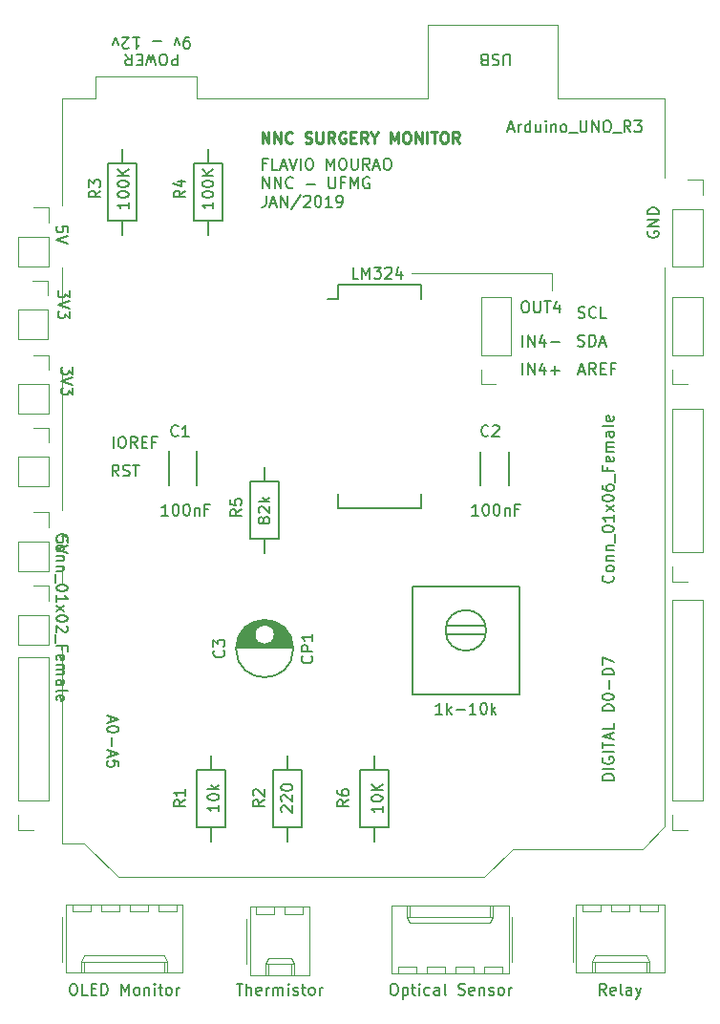
<source format=gbr>
G04 #@! TF.GenerationSoftware,KiCad,Pcbnew,(5.0.1-3-g963ef8bb5)*
G04 #@! TF.CreationDate,2019-03-18T17:32:53-03:00*
G04 #@! TF.ProjectId,NNC_monitor,4E4E435F6D6F6E69746F722E6B696361,rev?*
G04 #@! TF.SameCoordinates,Original*
G04 #@! TF.FileFunction,Legend,Top*
G04 #@! TF.FilePolarity,Positive*
%FSLAX46Y46*%
G04 Gerber Fmt 4.6, Leading zero omitted, Abs format (unit mm)*
G04 Created by KiCad (PCBNEW (5.0.1-3-g963ef8bb5)) date Monday, March 18, 2019 at 05:32:53 PM*
%MOMM*%
%LPD*%
G01*
G04 APERTURE LIST*
%ADD10C,0.150000*%
%ADD11C,0.120000*%
%ADD12C,0.250000*%
G04 APERTURE END LIST*
D10*
X81997619Y-55811904D02*
X81997619Y-56430952D01*
X81616666Y-56097619D01*
X81616666Y-56240476D01*
X81569047Y-56335714D01*
X81521428Y-56383333D01*
X81426190Y-56430952D01*
X81188095Y-56430952D01*
X81092857Y-56383333D01*
X81045238Y-56335714D01*
X80997619Y-56240476D01*
X80997619Y-55954761D01*
X81045238Y-55859523D01*
X81092857Y-55811904D01*
X81997619Y-56716666D02*
X80997619Y-57050000D01*
X81997619Y-57383333D01*
X81997619Y-57621428D02*
X81997619Y-58240476D01*
X81616666Y-57907142D01*
X81616666Y-58050000D01*
X81569047Y-58145238D01*
X81521428Y-58192857D01*
X81426190Y-58240476D01*
X81188095Y-58240476D01*
X81092857Y-58192857D01*
X81045238Y-58145238D01*
X80997619Y-58050000D01*
X80997619Y-57764285D01*
X81045238Y-57669047D01*
X81092857Y-57621428D01*
D11*
X134500000Y-32000000D02*
X134500000Y-39000000D01*
X81000000Y-73500000D02*
X81000000Y-75000000D01*
X81000000Y-74000000D02*
X81000000Y-73500000D01*
X81000000Y-56000000D02*
X81000000Y-68500000D01*
X81000000Y-47000000D02*
X81000000Y-50500000D01*
X124500000Y-47500000D02*
X124500000Y-49000000D01*
X112000000Y-47500000D02*
X124500000Y-47500000D01*
D10*
X121880952Y-56452380D02*
X121880952Y-55452380D01*
X122357142Y-56452380D02*
X122357142Y-55452380D01*
X122928571Y-56452380D01*
X122928571Y-55452380D01*
X123833333Y-55785714D02*
X123833333Y-56452380D01*
X123595238Y-55404761D02*
X123357142Y-56119047D01*
X123976190Y-56119047D01*
X124357142Y-56071428D02*
X125119047Y-56071428D01*
X124738095Y-56452380D02*
X124738095Y-55690476D01*
X121880952Y-53952380D02*
X121880952Y-52952380D01*
X122357142Y-53952380D02*
X122357142Y-52952380D01*
X122928571Y-53952380D01*
X122928571Y-52952380D01*
X123833333Y-53285714D02*
X123833333Y-53952380D01*
X123595238Y-52904761D02*
X123357142Y-53619047D01*
X123976190Y-53619047D01*
X124357142Y-53571428D02*
X125119047Y-53571428D01*
X122023809Y-49952380D02*
X122214285Y-49952380D01*
X122309523Y-50000000D01*
X122404761Y-50095238D01*
X122452380Y-50285714D01*
X122452380Y-50619047D01*
X122404761Y-50809523D01*
X122309523Y-50904761D01*
X122214285Y-50952380D01*
X122023809Y-50952380D01*
X121928571Y-50904761D01*
X121833333Y-50809523D01*
X121785714Y-50619047D01*
X121785714Y-50285714D01*
X121833333Y-50095238D01*
X121928571Y-50000000D01*
X122023809Y-49952380D01*
X122880952Y-49952380D02*
X122880952Y-50761904D01*
X122928571Y-50857142D01*
X122976190Y-50904761D01*
X123071428Y-50952380D01*
X123261904Y-50952380D01*
X123357142Y-50904761D01*
X123404761Y-50857142D01*
X123452380Y-50761904D01*
X123452380Y-49952380D01*
X123785714Y-49952380D02*
X124357142Y-49952380D01*
X124071428Y-50952380D02*
X124071428Y-49952380D01*
X125119047Y-50285714D02*
X125119047Y-50952380D01*
X124880952Y-49904761D02*
X124642857Y-50619047D01*
X125261904Y-50619047D01*
D12*
X98785714Y-35952380D02*
X98785714Y-34952380D01*
X99357142Y-35952380D01*
X99357142Y-34952380D01*
X99833333Y-35952380D02*
X99833333Y-34952380D01*
X100404761Y-35952380D01*
X100404761Y-34952380D01*
X101452380Y-35857142D02*
X101404761Y-35904761D01*
X101261904Y-35952380D01*
X101166666Y-35952380D01*
X101023809Y-35904761D01*
X100928571Y-35809523D01*
X100880952Y-35714285D01*
X100833333Y-35523809D01*
X100833333Y-35380952D01*
X100880952Y-35190476D01*
X100928571Y-35095238D01*
X101023809Y-35000000D01*
X101166666Y-34952380D01*
X101261904Y-34952380D01*
X101404761Y-35000000D01*
X101452380Y-35047619D01*
X102595238Y-35904761D02*
X102738095Y-35952380D01*
X102976190Y-35952380D01*
X103071428Y-35904761D01*
X103119047Y-35857142D01*
X103166666Y-35761904D01*
X103166666Y-35666666D01*
X103119047Y-35571428D01*
X103071428Y-35523809D01*
X102976190Y-35476190D01*
X102785714Y-35428571D01*
X102690476Y-35380952D01*
X102642857Y-35333333D01*
X102595238Y-35238095D01*
X102595238Y-35142857D01*
X102642857Y-35047619D01*
X102690476Y-35000000D01*
X102785714Y-34952380D01*
X103023809Y-34952380D01*
X103166666Y-35000000D01*
X103595238Y-34952380D02*
X103595238Y-35761904D01*
X103642857Y-35857142D01*
X103690476Y-35904761D01*
X103785714Y-35952380D01*
X103976190Y-35952380D01*
X104071428Y-35904761D01*
X104119047Y-35857142D01*
X104166666Y-35761904D01*
X104166666Y-34952380D01*
X105214285Y-35952380D02*
X104880952Y-35476190D01*
X104642857Y-35952380D02*
X104642857Y-34952380D01*
X105023809Y-34952380D01*
X105119047Y-35000000D01*
X105166666Y-35047619D01*
X105214285Y-35142857D01*
X105214285Y-35285714D01*
X105166666Y-35380952D01*
X105119047Y-35428571D01*
X105023809Y-35476190D01*
X104642857Y-35476190D01*
X106166666Y-35000000D02*
X106071428Y-34952380D01*
X105928571Y-34952380D01*
X105785714Y-35000000D01*
X105690476Y-35095238D01*
X105642857Y-35190476D01*
X105595238Y-35380952D01*
X105595238Y-35523809D01*
X105642857Y-35714285D01*
X105690476Y-35809523D01*
X105785714Y-35904761D01*
X105928571Y-35952380D01*
X106023809Y-35952380D01*
X106166666Y-35904761D01*
X106214285Y-35857142D01*
X106214285Y-35523809D01*
X106023809Y-35523809D01*
X106642857Y-35428571D02*
X106976190Y-35428571D01*
X107119047Y-35952380D02*
X106642857Y-35952380D01*
X106642857Y-34952380D01*
X107119047Y-34952380D01*
X108119047Y-35952380D02*
X107785714Y-35476190D01*
X107547619Y-35952380D02*
X107547619Y-34952380D01*
X107928571Y-34952380D01*
X108023809Y-35000000D01*
X108071428Y-35047619D01*
X108119047Y-35142857D01*
X108119047Y-35285714D01*
X108071428Y-35380952D01*
X108023809Y-35428571D01*
X107928571Y-35476190D01*
X107547619Y-35476190D01*
X108738095Y-35476190D02*
X108738095Y-35952380D01*
X108404761Y-34952380D02*
X108738095Y-35476190D01*
X109071428Y-34952380D01*
X110166666Y-35952380D02*
X110166666Y-34952380D01*
X110500000Y-35666666D01*
X110833333Y-34952380D01*
X110833333Y-35952380D01*
X111500000Y-34952380D02*
X111690476Y-34952380D01*
X111785714Y-35000000D01*
X111880952Y-35095238D01*
X111928571Y-35285714D01*
X111928571Y-35619047D01*
X111880952Y-35809523D01*
X111785714Y-35904761D01*
X111690476Y-35952380D01*
X111500000Y-35952380D01*
X111404761Y-35904761D01*
X111309523Y-35809523D01*
X111261904Y-35619047D01*
X111261904Y-35285714D01*
X111309523Y-35095238D01*
X111404761Y-35000000D01*
X111500000Y-34952380D01*
X112357142Y-35952380D02*
X112357142Y-34952380D01*
X112928571Y-35952380D01*
X112928571Y-34952380D01*
X113404761Y-35952380D02*
X113404761Y-34952380D01*
X113738095Y-34952380D02*
X114309523Y-34952380D01*
X114023809Y-35952380D02*
X114023809Y-34952380D01*
X114833333Y-34952380D02*
X115023809Y-34952380D01*
X115119047Y-35000000D01*
X115214285Y-35095238D01*
X115261904Y-35285714D01*
X115261904Y-35619047D01*
X115214285Y-35809523D01*
X115119047Y-35904761D01*
X115023809Y-35952380D01*
X114833333Y-35952380D01*
X114738095Y-35904761D01*
X114642857Y-35809523D01*
X114595238Y-35619047D01*
X114595238Y-35285714D01*
X114642857Y-35095238D01*
X114738095Y-35000000D01*
X114833333Y-34952380D01*
X116261904Y-35952380D02*
X115928571Y-35476190D01*
X115690476Y-35952380D02*
X115690476Y-34952380D01*
X116071428Y-34952380D01*
X116166666Y-35000000D01*
X116214285Y-35047619D01*
X116261904Y-35142857D01*
X116261904Y-35285714D01*
X116214285Y-35380952D01*
X116166666Y-35428571D01*
X116071428Y-35476190D01*
X115690476Y-35476190D01*
D11*
X81000000Y-41500000D02*
X81000000Y-32000000D01*
X81000000Y-98000000D02*
X81000000Y-80500000D01*
X81000000Y-32000000D02*
X84000000Y-32000000D01*
X83000000Y-98000000D02*
X81000000Y-98000000D01*
X86000000Y-101000000D02*
X83000000Y-98000000D01*
X118500000Y-101000000D02*
X86000000Y-101000000D01*
X121000000Y-98500000D02*
X118500000Y-101000000D01*
X132500000Y-98500000D02*
X121000000Y-98500000D01*
X134500000Y-96500000D02*
X132500000Y-98500000D01*
X134500000Y-47000000D02*
X134500000Y-96500000D01*
X125000000Y-32000000D02*
X134500000Y-32000000D01*
X125000000Y-25500000D02*
X125000000Y-32000000D01*
X124500000Y-25500000D02*
X125000000Y-25500000D01*
X113500000Y-25500000D02*
X124500000Y-25500000D01*
X113500000Y-32000000D02*
X113500000Y-25500000D01*
X93000000Y-32000000D02*
X113500000Y-32000000D01*
X93000000Y-30000000D02*
X93000000Y-32000000D01*
X84000000Y-30000000D02*
X93000000Y-30000000D01*
X84000000Y-32000000D02*
X84000000Y-30000000D01*
D10*
X92285714Y-26547619D02*
X92095238Y-26547619D01*
X92000000Y-26595238D01*
X91952380Y-26642857D01*
X91857142Y-26785714D01*
X91809523Y-26976190D01*
X91809523Y-27357142D01*
X91857142Y-27452380D01*
X91904761Y-27500000D01*
X92000000Y-27547619D01*
X92190476Y-27547619D01*
X92285714Y-27500000D01*
X92333333Y-27452380D01*
X92380952Y-27357142D01*
X92380952Y-27119047D01*
X92333333Y-27023809D01*
X92285714Y-26976190D01*
X92190476Y-26928571D01*
X92000000Y-26928571D01*
X91904761Y-26976190D01*
X91857142Y-27023809D01*
X91809523Y-27119047D01*
X91476190Y-27214285D02*
X91238095Y-26547619D01*
X91000000Y-27214285D01*
X89857142Y-26928571D02*
X89095238Y-26928571D01*
X87333333Y-26547619D02*
X87904761Y-26547619D01*
X87619047Y-26547619D02*
X87619047Y-27547619D01*
X87714285Y-27404761D01*
X87809523Y-27309523D01*
X87904761Y-27261904D01*
X86952380Y-27452380D02*
X86904761Y-27500000D01*
X86809523Y-27547619D01*
X86571428Y-27547619D01*
X86476190Y-27500000D01*
X86428571Y-27452380D01*
X86380952Y-27357142D01*
X86380952Y-27261904D01*
X86428571Y-27119047D01*
X87000000Y-26547619D01*
X86380952Y-26547619D01*
X86047619Y-27214285D02*
X85809523Y-26547619D01*
X85571428Y-27214285D01*
X81547619Y-71309523D02*
X81547619Y-70833333D01*
X81071428Y-70785714D01*
X81119047Y-70833333D01*
X81166666Y-70928571D01*
X81166666Y-71166666D01*
X81119047Y-71261904D01*
X81071428Y-71309523D01*
X80976190Y-71357142D01*
X80738095Y-71357142D01*
X80642857Y-71309523D01*
X80595238Y-71261904D01*
X80547619Y-71166666D01*
X80547619Y-70928571D01*
X80595238Y-70833333D01*
X80642857Y-70785714D01*
X81547619Y-71642857D02*
X80547619Y-71976190D01*
X81547619Y-72309523D01*
X81697619Y-49011904D02*
X81697619Y-49630952D01*
X81316666Y-49297619D01*
X81316666Y-49440476D01*
X81269047Y-49535714D01*
X81221428Y-49583333D01*
X81126190Y-49630952D01*
X80888095Y-49630952D01*
X80792857Y-49583333D01*
X80745238Y-49535714D01*
X80697619Y-49440476D01*
X80697619Y-49154761D01*
X80745238Y-49059523D01*
X80792857Y-49011904D01*
X81697619Y-49916666D02*
X80697619Y-50250000D01*
X81697619Y-50583333D01*
X81697619Y-50821428D02*
X81697619Y-51440476D01*
X81316666Y-51107142D01*
X81316666Y-51250000D01*
X81269047Y-51345238D01*
X81221428Y-51392857D01*
X81126190Y-51440476D01*
X80888095Y-51440476D01*
X80792857Y-51392857D01*
X80745238Y-51345238D01*
X80697619Y-51250000D01*
X80697619Y-50964285D01*
X80745238Y-50869047D01*
X80792857Y-50821428D01*
X133000000Y-43761904D02*
X132952380Y-43857142D01*
X132952380Y-44000000D01*
X133000000Y-44142857D01*
X133095238Y-44238095D01*
X133190476Y-44285714D01*
X133380952Y-44333333D01*
X133523809Y-44333333D01*
X133714285Y-44285714D01*
X133809523Y-44238095D01*
X133904761Y-44142857D01*
X133952380Y-44000000D01*
X133952380Y-43904761D01*
X133904761Y-43761904D01*
X133857142Y-43714285D01*
X133523809Y-43714285D01*
X133523809Y-43904761D01*
X133952380Y-43285714D02*
X132952380Y-43285714D01*
X133952380Y-42714285D01*
X132952380Y-42714285D01*
X133952380Y-42238095D02*
X132952380Y-42238095D01*
X132952380Y-42000000D01*
X133000000Y-41857142D01*
X133095238Y-41761904D01*
X133190476Y-41714285D01*
X133380952Y-41666666D01*
X133523809Y-41666666D01*
X133714285Y-41714285D01*
X133809523Y-41761904D01*
X133904761Y-41857142D01*
X133952380Y-42000000D01*
X133952380Y-42238095D01*
X81547619Y-43809523D02*
X81547619Y-43333333D01*
X81071428Y-43285714D01*
X81119047Y-43333333D01*
X81166666Y-43428571D01*
X81166666Y-43666666D01*
X81119047Y-43761904D01*
X81071428Y-43809523D01*
X80976190Y-43857142D01*
X80738095Y-43857142D01*
X80642857Y-43809523D01*
X80595238Y-43761904D01*
X80547619Y-43666666D01*
X80547619Y-43428571D01*
X80595238Y-43333333D01*
X80642857Y-43285714D01*
X81547619Y-44142857D02*
X80547619Y-44476190D01*
X81547619Y-44809523D01*
X99168928Y-37778571D02*
X98835595Y-37778571D01*
X98835595Y-38302380D02*
X98835595Y-37302380D01*
X99311785Y-37302380D01*
X100168928Y-38302380D02*
X99692738Y-38302380D01*
X99692738Y-37302380D01*
X100454642Y-38016666D02*
X100930833Y-38016666D01*
X100359404Y-38302380D02*
X100692738Y-37302380D01*
X101026071Y-38302380D01*
X101216547Y-37302380D02*
X101549880Y-38302380D01*
X101883214Y-37302380D01*
X102216547Y-38302380D02*
X102216547Y-37302380D01*
X102883214Y-37302380D02*
X103073690Y-37302380D01*
X103168928Y-37350000D01*
X103264166Y-37445238D01*
X103311785Y-37635714D01*
X103311785Y-37969047D01*
X103264166Y-38159523D01*
X103168928Y-38254761D01*
X103073690Y-38302380D01*
X102883214Y-38302380D01*
X102787976Y-38254761D01*
X102692738Y-38159523D01*
X102645119Y-37969047D01*
X102645119Y-37635714D01*
X102692738Y-37445238D01*
X102787976Y-37350000D01*
X102883214Y-37302380D01*
X104502261Y-38302380D02*
X104502261Y-37302380D01*
X104835595Y-38016666D01*
X105168928Y-37302380D01*
X105168928Y-38302380D01*
X105835595Y-37302380D02*
X106026071Y-37302380D01*
X106121309Y-37350000D01*
X106216547Y-37445238D01*
X106264166Y-37635714D01*
X106264166Y-37969047D01*
X106216547Y-38159523D01*
X106121309Y-38254761D01*
X106026071Y-38302380D01*
X105835595Y-38302380D01*
X105740357Y-38254761D01*
X105645119Y-38159523D01*
X105597500Y-37969047D01*
X105597500Y-37635714D01*
X105645119Y-37445238D01*
X105740357Y-37350000D01*
X105835595Y-37302380D01*
X106692738Y-37302380D02*
X106692738Y-38111904D01*
X106740357Y-38207142D01*
X106787976Y-38254761D01*
X106883214Y-38302380D01*
X107073690Y-38302380D01*
X107168928Y-38254761D01*
X107216547Y-38207142D01*
X107264166Y-38111904D01*
X107264166Y-37302380D01*
X108311785Y-38302380D02*
X107978452Y-37826190D01*
X107740357Y-38302380D02*
X107740357Y-37302380D01*
X108121309Y-37302380D01*
X108216547Y-37350000D01*
X108264166Y-37397619D01*
X108311785Y-37492857D01*
X108311785Y-37635714D01*
X108264166Y-37730952D01*
X108216547Y-37778571D01*
X108121309Y-37826190D01*
X107740357Y-37826190D01*
X108692738Y-38016666D02*
X109168928Y-38016666D01*
X108597500Y-38302380D02*
X108930833Y-37302380D01*
X109264166Y-38302380D01*
X109787976Y-37302380D02*
X109978452Y-37302380D01*
X110073690Y-37350000D01*
X110168928Y-37445238D01*
X110216547Y-37635714D01*
X110216547Y-37969047D01*
X110168928Y-38159523D01*
X110073690Y-38254761D01*
X109978452Y-38302380D01*
X109787976Y-38302380D01*
X109692738Y-38254761D01*
X109597500Y-38159523D01*
X109549880Y-37969047D01*
X109549880Y-37635714D01*
X109597500Y-37445238D01*
X109692738Y-37350000D01*
X109787976Y-37302380D01*
X98835595Y-39952380D02*
X98835595Y-38952380D01*
X99407023Y-39952380D01*
X99407023Y-38952380D01*
X99883214Y-39952380D02*
X99883214Y-38952380D01*
X100454642Y-39952380D01*
X100454642Y-38952380D01*
X101502261Y-39857142D02*
X101454642Y-39904761D01*
X101311785Y-39952380D01*
X101216547Y-39952380D01*
X101073690Y-39904761D01*
X100978452Y-39809523D01*
X100930833Y-39714285D01*
X100883214Y-39523809D01*
X100883214Y-39380952D01*
X100930833Y-39190476D01*
X100978452Y-39095238D01*
X101073690Y-39000000D01*
X101216547Y-38952380D01*
X101311785Y-38952380D01*
X101454642Y-39000000D01*
X101502261Y-39047619D01*
X102692738Y-39571428D02*
X103454642Y-39571428D01*
X104692738Y-38952380D02*
X104692738Y-39761904D01*
X104740357Y-39857142D01*
X104787976Y-39904761D01*
X104883214Y-39952380D01*
X105073690Y-39952380D01*
X105168928Y-39904761D01*
X105216547Y-39857142D01*
X105264166Y-39761904D01*
X105264166Y-38952380D01*
X106073690Y-39428571D02*
X105740357Y-39428571D01*
X105740357Y-39952380D02*
X105740357Y-38952380D01*
X106216547Y-38952380D01*
X106597500Y-39952380D02*
X106597500Y-38952380D01*
X106930833Y-39666666D01*
X107264166Y-38952380D01*
X107264166Y-39952380D01*
X108264166Y-39000000D02*
X108168928Y-38952380D01*
X108026071Y-38952380D01*
X107883214Y-39000000D01*
X107787976Y-39095238D01*
X107740357Y-39190476D01*
X107692738Y-39380952D01*
X107692738Y-39523809D01*
X107740357Y-39714285D01*
X107787976Y-39809523D01*
X107883214Y-39904761D01*
X108026071Y-39952380D01*
X108121309Y-39952380D01*
X108264166Y-39904761D01*
X108311785Y-39857142D01*
X108311785Y-39523809D01*
X108121309Y-39523809D01*
X99121309Y-40602380D02*
X99121309Y-41316666D01*
X99073690Y-41459523D01*
X98978452Y-41554761D01*
X98835595Y-41602380D01*
X98740357Y-41602380D01*
X99549880Y-41316666D02*
X100026071Y-41316666D01*
X99454642Y-41602380D02*
X99787976Y-40602380D01*
X100121309Y-41602380D01*
X100454642Y-41602380D02*
X100454642Y-40602380D01*
X101026071Y-41602380D01*
X101026071Y-40602380D01*
X102216547Y-40554761D02*
X101359404Y-41840476D01*
X102502261Y-40697619D02*
X102549880Y-40650000D01*
X102645119Y-40602380D01*
X102883214Y-40602380D01*
X102978452Y-40650000D01*
X103026071Y-40697619D01*
X103073690Y-40792857D01*
X103073690Y-40888095D01*
X103026071Y-41030952D01*
X102454642Y-41602380D01*
X103073690Y-41602380D01*
X103692738Y-40602380D02*
X103787976Y-40602380D01*
X103883214Y-40650000D01*
X103930833Y-40697619D01*
X103978452Y-40792857D01*
X104026071Y-40983333D01*
X104026071Y-41221428D01*
X103978452Y-41411904D01*
X103930833Y-41507142D01*
X103883214Y-41554761D01*
X103787976Y-41602380D01*
X103692738Y-41602380D01*
X103597500Y-41554761D01*
X103549880Y-41507142D01*
X103502261Y-41411904D01*
X103454642Y-41221428D01*
X103454642Y-40983333D01*
X103502261Y-40792857D01*
X103549880Y-40697619D01*
X103597500Y-40650000D01*
X103692738Y-40602380D01*
X104978452Y-41602380D02*
X104407023Y-41602380D01*
X104692738Y-41602380D02*
X104692738Y-40602380D01*
X104597500Y-40745238D01*
X104502261Y-40840476D01*
X104407023Y-40888095D01*
X105454642Y-41602380D02*
X105645119Y-41602380D01*
X105740357Y-41554761D01*
X105787976Y-41507142D01*
X105883214Y-41364285D01*
X105930833Y-41173809D01*
X105930833Y-40792857D01*
X105883214Y-40697619D01*
X105835595Y-40650000D01*
X105740357Y-40602380D01*
X105549880Y-40602380D01*
X105454642Y-40650000D01*
X105407023Y-40697619D01*
X105359404Y-40792857D01*
X105359404Y-41030952D01*
X105407023Y-41126190D01*
X105454642Y-41173809D01*
X105549880Y-41221428D01*
X105740357Y-41221428D01*
X105835595Y-41173809D01*
X105883214Y-41126190D01*
X105930833Y-41030952D01*
X120761904Y-29047619D02*
X120761904Y-28238095D01*
X120714285Y-28142857D01*
X120666666Y-28095238D01*
X120571428Y-28047619D01*
X120380952Y-28047619D01*
X120285714Y-28095238D01*
X120238095Y-28142857D01*
X120190476Y-28238095D01*
X120190476Y-29047619D01*
X119761904Y-28095238D02*
X119619047Y-28047619D01*
X119380952Y-28047619D01*
X119285714Y-28095238D01*
X119238095Y-28142857D01*
X119190476Y-28238095D01*
X119190476Y-28333333D01*
X119238095Y-28428571D01*
X119285714Y-28476190D01*
X119380952Y-28523809D01*
X119571428Y-28571428D01*
X119666666Y-28619047D01*
X119714285Y-28666666D01*
X119761904Y-28761904D01*
X119761904Y-28857142D01*
X119714285Y-28952380D01*
X119666666Y-29000000D01*
X119571428Y-29047619D01*
X119333333Y-29047619D01*
X119190476Y-29000000D01*
X118428571Y-28571428D02*
X118285714Y-28523809D01*
X118238095Y-28476190D01*
X118190476Y-28380952D01*
X118190476Y-28238095D01*
X118238095Y-28142857D01*
X118285714Y-28095238D01*
X118380952Y-28047619D01*
X118761904Y-28047619D01*
X118761904Y-29047619D01*
X118428571Y-29047619D01*
X118333333Y-29000000D01*
X118285714Y-28952380D01*
X118238095Y-28857142D01*
X118238095Y-28761904D01*
X118285714Y-28666666D01*
X118333333Y-28619047D01*
X118428571Y-28571428D01*
X118761904Y-28571428D01*
X91309523Y-28047619D02*
X91309523Y-29047619D01*
X90928571Y-29047619D01*
X90833333Y-29000000D01*
X90785714Y-28952380D01*
X90738095Y-28857142D01*
X90738095Y-28714285D01*
X90785714Y-28619047D01*
X90833333Y-28571428D01*
X90928571Y-28523809D01*
X91309523Y-28523809D01*
X90119047Y-29047619D02*
X89928571Y-29047619D01*
X89833333Y-29000000D01*
X89738095Y-28904761D01*
X89690476Y-28714285D01*
X89690476Y-28380952D01*
X89738095Y-28190476D01*
X89833333Y-28095238D01*
X89928571Y-28047619D01*
X90119047Y-28047619D01*
X90214285Y-28095238D01*
X90309523Y-28190476D01*
X90357142Y-28380952D01*
X90357142Y-28714285D01*
X90309523Y-28904761D01*
X90214285Y-29000000D01*
X90119047Y-29047619D01*
X89357142Y-29047619D02*
X89119047Y-28047619D01*
X88928571Y-28761904D01*
X88738095Y-28047619D01*
X88500000Y-29047619D01*
X88119047Y-28571428D02*
X87785714Y-28571428D01*
X87642857Y-28047619D02*
X88119047Y-28047619D01*
X88119047Y-29047619D01*
X87642857Y-29047619D01*
X86642857Y-28047619D02*
X86976190Y-28523809D01*
X87214285Y-28047619D02*
X87214285Y-29047619D01*
X86833333Y-29047619D01*
X86738095Y-29000000D01*
X86690476Y-28952380D01*
X86642857Y-28857142D01*
X86642857Y-28714285D01*
X86690476Y-28619047D01*
X86738095Y-28571428D01*
X86833333Y-28523809D01*
X87214285Y-28523809D01*
X126880952Y-56166666D02*
X127357142Y-56166666D01*
X126785714Y-56452380D02*
X127119047Y-55452380D01*
X127452380Y-56452380D01*
X128357142Y-56452380D02*
X128023809Y-55976190D01*
X127785714Y-56452380D02*
X127785714Y-55452380D01*
X128166666Y-55452380D01*
X128261904Y-55500000D01*
X128309523Y-55547619D01*
X128357142Y-55642857D01*
X128357142Y-55785714D01*
X128309523Y-55880952D01*
X128261904Y-55928571D01*
X128166666Y-55976190D01*
X127785714Y-55976190D01*
X128785714Y-55928571D02*
X129119047Y-55928571D01*
X129261904Y-56452380D02*
X128785714Y-56452380D01*
X128785714Y-55452380D01*
X129261904Y-55452380D01*
X130023809Y-55928571D02*
X129690476Y-55928571D01*
X129690476Y-56452380D02*
X129690476Y-55452380D01*
X130166666Y-55452380D01*
X126785714Y-53904761D02*
X126928571Y-53952380D01*
X127166666Y-53952380D01*
X127261904Y-53904761D01*
X127309523Y-53857142D01*
X127357142Y-53761904D01*
X127357142Y-53666666D01*
X127309523Y-53571428D01*
X127261904Y-53523809D01*
X127166666Y-53476190D01*
X126976190Y-53428571D01*
X126880952Y-53380952D01*
X126833333Y-53333333D01*
X126785714Y-53238095D01*
X126785714Y-53142857D01*
X126833333Y-53047619D01*
X126880952Y-53000000D01*
X126976190Y-52952380D01*
X127214285Y-52952380D01*
X127357142Y-53000000D01*
X127785714Y-53952380D02*
X127785714Y-52952380D01*
X128023809Y-52952380D01*
X128166666Y-53000000D01*
X128261904Y-53095238D01*
X128309523Y-53190476D01*
X128357142Y-53380952D01*
X128357142Y-53523809D01*
X128309523Y-53714285D01*
X128261904Y-53809523D01*
X128166666Y-53904761D01*
X128023809Y-53952380D01*
X127785714Y-53952380D01*
X128738095Y-53666666D02*
X129214285Y-53666666D01*
X128642857Y-53952380D02*
X128976190Y-52952380D01*
X129309523Y-53952380D01*
X126809523Y-51404761D02*
X126952380Y-51452380D01*
X127190476Y-51452380D01*
X127285714Y-51404761D01*
X127333333Y-51357142D01*
X127380952Y-51261904D01*
X127380952Y-51166666D01*
X127333333Y-51071428D01*
X127285714Y-51023809D01*
X127190476Y-50976190D01*
X127000000Y-50928571D01*
X126904761Y-50880952D01*
X126857142Y-50833333D01*
X126809523Y-50738095D01*
X126809523Y-50642857D01*
X126857142Y-50547619D01*
X126904761Y-50500000D01*
X127000000Y-50452380D01*
X127238095Y-50452380D01*
X127380952Y-50500000D01*
X128380952Y-51357142D02*
X128333333Y-51404761D01*
X128190476Y-51452380D01*
X128095238Y-51452380D01*
X127952380Y-51404761D01*
X127857142Y-51309523D01*
X127809523Y-51214285D01*
X127761904Y-51023809D01*
X127761904Y-50880952D01*
X127809523Y-50690476D01*
X127857142Y-50595238D01*
X127952380Y-50500000D01*
X128095238Y-50452380D01*
X128190476Y-50452380D01*
X128333333Y-50500000D01*
X128380952Y-50547619D01*
X129285714Y-51452380D02*
X128809523Y-51452380D01*
X128809523Y-50452380D01*
X86071428Y-65452380D02*
X85738095Y-64976190D01*
X85500000Y-65452380D02*
X85500000Y-64452380D01*
X85880952Y-64452380D01*
X85976190Y-64500000D01*
X86023809Y-64547619D01*
X86071428Y-64642857D01*
X86071428Y-64785714D01*
X86023809Y-64880952D01*
X85976190Y-64928571D01*
X85880952Y-64976190D01*
X85500000Y-64976190D01*
X86452380Y-65404761D02*
X86595238Y-65452380D01*
X86833333Y-65452380D01*
X86928571Y-65404761D01*
X86976190Y-65357142D01*
X87023809Y-65261904D01*
X87023809Y-65166666D01*
X86976190Y-65071428D01*
X86928571Y-65023809D01*
X86833333Y-64976190D01*
X86642857Y-64928571D01*
X86547619Y-64880952D01*
X86500000Y-64833333D01*
X86452380Y-64738095D01*
X86452380Y-64642857D01*
X86500000Y-64547619D01*
X86547619Y-64500000D01*
X86642857Y-64452380D01*
X86880952Y-64452380D01*
X87023809Y-64500000D01*
X87309523Y-64452380D02*
X87880952Y-64452380D01*
X87595238Y-65452380D02*
X87595238Y-64452380D01*
D11*
G04 #@! TO.C,J13*
X77170000Y-57320000D02*
X79830000Y-57320000D01*
X77170000Y-57320000D02*
X77170000Y-59920000D01*
X77170000Y-59920000D02*
X79830000Y-59920000D01*
X79830000Y-57320000D02*
X79830000Y-59920000D01*
X79830000Y-54720000D02*
X79830000Y-56050000D01*
X78500000Y-54720000D02*
X79830000Y-54720000D01*
G04 #@! TO.C,J15*
X119500000Y-57330000D02*
X118170000Y-57330000D01*
X118170000Y-57330000D02*
X118170000Y-56000000D01*
X118170000Y-54730000D02*
X118170000Y-49590000D01*
X120830000Y-49590000D02*
X118170000Y-49590000D01*
X120830000Y-54730000D02*
X120830000Y-49590000D01*
X120830000Y-54730000D02*
X118170000Y-54730000D01*
G04 #@! TO.C,J8*
X78500000Y-75170000D02*
X79830000Y-75170000D01*
X79830000Y-75170000D02*
X79830000Y-76500000D01*
X79830000Y-77770000D02*
X79830000Y-80370000D01*
X77170000Y-80370000D02*
X79830000Y-80370000D01*
X77170000Y-77770000D02*
X77170000Y-80370000D01*
X77170000Y-77770000D02*
X79830000Y-77770000D01*
G04 #@! TO.C,J10*
X77170000Y-71270000D02*
X79830000Y-71270000D01*
X77170000Y-71270000D02*
X77170000Y-73870000D01*
X77170000Y-73870000D02*
X79830000Y-73870000D01*
X79830000Y-71270000D02*
X79830000Y-73870000D01*
X79830000Y-68670000D02*
X79830000Y-70000000D01*
X78500000Y-68670000D02*
X79830000Y-68670000D01*
G04 #@! TO.C,J14*
X136500000Y-74830000D02*
X135170000Y-74830000D01*
X135170000Y-74830000D02*
X135170000Y-73500000D01*
X135170000Y-72230000D02*
X135170000Y-59470000D01*
X137830000Y-59470000D02*
X135170000Y-59470000D01*
X137830000Y-72230000D02*
X137830000Y-59470000D01*
X137830000Y-72230000D02*
X135170000Y-72230000D01*
G04 #@! TO.C,J12*
X78500000Y-61170000D02*
X79830000Y-61170000D01*
X79830000Y-61170000D02*
X79830000Y-62500000D01*
X79830000Y-63770000D02*
X79830000Y-66370000D01*
X77170000Y-66370000D02*
X79830000Y-66370000D01*
X77170000Y-63770000D02*
X77170000Y-66370000D01*
X77170000Y-63770000D02*
X79830000Y-63770000D01*
G04 #@! TO.C,J11*
X78500000Y-96830000D02*
X77170000Y-96830000D01*
X77170000Y-96830000D02*
X77170000Y-95500000D01*
X77170000Y-94230000D02*
X77170000Y-81470000D01*
X79830000Y-81470000D02*
X77170000Y-81470000D01*
X79830000Y-94230000D02*
X79830000Y-81470000D01*
X79830000Y-94230000D02*
X77170000Y-94230000D01*
G04 #@! TO.C,J9*
X78450000Y-48120000D02*
X79780000Y-48120000D01*
X79780000Y-48120000D02*
X79780000Y-49450000D01*
X79780000Y-50720000D02*
X79780000Y-53320000D01*
X77120000Y-53320000D02*
X79780000Y-53320000D01*
X77120000Y-50720000D02*
X77120000Y-53320000D01*
X77120000Y-50720000D02*
X79780000Y-50720000D01*
G04 #@! TO.C,J8*
X78500000Y-41670000D02*
X79830000Y-41670000D01*
X79830000Y-41670000D02*
X79830000Y-43000000D01*
X79830000Y-44270000D02*
X79830000Y-46870000D01*
X77170000Y-46870000D02*
X79830000Y-46870000D01*
X77170000Y-44270000D02*
X77170000Y-46870000D01*
X77170000Y-44270000D02*
X79830000Y-44270000D01*
G04 #@! TO.C,J7*
X136500000Y-39170000D02*
X137830000Y-39170000D01*
X137830000Y-39170000D02*
X137830000Y-40500000D01*
X137830000Y-41770000D02*
X137830000Y-46910000D01*
X135170000Y-46910000D02*
X137830000Y-46910000D01*
X135170000Y-41770000D02*
X135170000Y-46910000D01*
X135170000Y-41770000D02*
X137830000Y-41770000D01*
G04 #@! TO.C,J6*
X136500000Y-96830000D02*
X135170000Y-96830000D01*
X135170000Y-96830000D02*
X135170000Y-95500000D01*
X135170000Y-94230000D02*
X135170000Y-76390000D01*
X137830000Y-76390000D02*
X135170000Y-76390000D01*
X137830000Y-94230000D02*
X137830000Y-76390000D01*
X137830000Y-94230000D02*
X135170000Y-94230000D01*
G04 #@! TO.C,J5*
X136500000Y-57330000D02*
X135170000Y-57330000D01*
X135170000Y-57330000D02*
X135170000Y-56000000D01*
X135170000Y-54730000D02*
X135170000Y-49590000D01*
X137830000Y-49590000D02*
X135170000Y-49590000D01*
X137830000Y-54730000D02*
X137830000Y-49590000D01*
X137830000Y-54730000D02*
X135170000Y-54730000D01*
D10*
G04 #@! TO.C,C1*
X93000000Y-63250000D02*
X93000000Y-66250000D01*
X90500000Y-66250000D02*
X90500000Y-63250000D01*
G04 #@! TO.C,R5*
X99000000Y-65960000D02*
X99000000Y-64690000D01*
X99000000Y-71040000D02*
X99000000Y-72310000D01*
X100270000Y-71040000D02*
X97730000Y-71040000D01*
X100270000Y-65960000D02*
X100270000Y-71040000D01*
X97730000Y-65960000D02*
X100270000Y-65960000D01*
X97730000Y-71040000D02*
X97730000Y-65960000D01*
G04 #@! TO.C,U1*
X105545000Y-49775000D02*
X104610000Y-49775000D01*
X105545000Y-68335000D02*
X112895000Y-68335000D01*
X105545000Y-48505000D02*
X112895000Y-48505000D01*
X105545000Y-68335000D02*
X105545000Y-67065000D01*
X112895000Y-68335000D02*
X112895000Y-67065000D01*
X112895000Y-48505000D02*
X112895000Y-49775000D01*
X105545000Y-48505000D02*
X105545000Y-49775000D01*
G04 #@! TO.C,RV1*
X118641735Y-79135000D02*
G75*
G03X118641735Y-79135000I-1801735J0D01*
G01*
X112075000Y-84775000D02*
X112075000Y-75245000D01*
X121605000Y-84775000D02*
X112075000Y-84775000D01*
X121605000Y-75245000D02*
X121605000Y-84775000D01*
X112075000Y-75245000D02*
X121605000Y-75245000D01*
X115140000Y-79515000D02*
X118540000Y-79515000D01*
X115140000Y-78755000D02*
X118540000Y-78755000D01*
G04 #@! TO.C,R6*
X108750000Y-96540000D02*
X108750000Y-97810000D01*
X108750000Y-91460000D02*
X108750000Y-90190000D01*
X107480000Y-91460000D02*
X110020000Y-91460000D01*
X107480000Y-96540000D02*
X107480000Y-91460000D01*
X110020000Y-96540000D02*
X107480000Y-96540000D01*
X110020000Y-91460000D02*
X110020000Y-96540000D01*
G04 #@! TO.C,R4*
X94000000Y-42790000D02*
X94000000Y-44060000D01*
X94000000Y-37710000D02*
X94000000Y-36440000D01*
X92730000Y-37710000D02*
X95270000Y-37710000D01*
X92730000Y-42790000D02*
X92730000Y-37710000D01*
X95270000Y-42790000D02*
X92730000Y-42790000D01*
X95270000Y-37710000D02*
X95270000Y-42790000D01*
G04 #@! TO.C,R3*
X86360000Y-37710000D02*
X86360000Y-36440000D01*
X86360000Y-42790000D02*
X86360000Y-44060000D01*
X87630000Y-42790000D02*
X85090000Y-42790000D01*
X87630000Y-37710000D02*
X87630000Y-42790000D01*
X85090000Y-37710000D02*
X87630000Y-37710000D01*
X85090000Y-42790000D02*
X85090000Y-37710000D01*
G04 #@! TO.C,R2*
X101000000Y-96540000D02*
X101000000Y-97810000D01*
X101000000Y-91460000D02*
X101000000Y-90190000D01*
X99730000Y-91460000D02*
X102270000Y-91460000D01*
X99730000Y-96540000D02*
X99730000Y-91460000D01*
X102270000Y-96540000D02*
X99730000Y-96540000D01*
X102270000Y-91460000D02*
X102270000Y-96540000D01*
G04 #@! TO.C,R1*
X94250000Y-96540000D02*
X94250000Y-97810000D01*
X94250000Y-91460000D02*
X94250000Y-90190000D01*
X92980000Y-91460000D02*
X95520000Y-91460000D01*
X92980000Y-96540000D02*
X92980000Y-91460000D01*
X95520000Y-96540000D02*
X92980000Y-96540000D01*
X95520000Y-91460000D02*
X95520000Y-96540000D01*
D11*
G04 #@! TO.C,J4*
X91170000Y-104070000D02*
X91170000Y-103470000D01*
X89570000Y-104070000D02*
X91170000Y-104070000D01*
X89570000Y-103470000D02*
X89570000Y-104070000D01*
X88630000Y-104070000D02*
X88630000Y-103470000D01*
X87030000Y-104070000D02*
X88630000Y-104070000D01*
X87030000Y-103470000D02*
X87030000Y-104070000D01*
X86090000Y-104070000D02*
X86090000Y-103470000D01*
X84490000Y-104070000D02*
X86090000Y-104070000D01*
X84490000Y-103470000D02*
X84490000Y-104070000D01*
X83550000Y-104070000D02*
X83550000Y-103470000D01*
X81950000Y-104070000D02*
X83550000Y-104070000D01*
X81950000Y-103470000D02*
X81950000Y-104070000D01*
X90120000Y-109490000D02*
X90120000Y-108490000D01*
X83000000Y-109490000D02*
X83000000Y-108490000D01*
X90120000Y-107960000D02*
X90370000Y-108490000D01*
X83000000Y-107960000D02*
X90120000Y-107960000D01*
X82750000Y-108490000D02*
X83000000Y-107960000D01*
X90370000Y-108490000D02*
X90370000Y-109490000D01*
X82750000Y-108490000D02*
X90370000Y-108490000D01*
X82750000Y-109490000D02*
X82750000Y-108490000D01*
X81080000Y-104500000D02*
X81080000Y-108500000D01*
X91750000Y-103470000D02*
X81370000Y-103470000D01*
X91750000Y-109490000D02*
X91750000Y-103470000D01*
X81370000Y-109490000D02*
X91750000Y-109490000D01*
X81370000Y-103470000D02*
X81370000Y-109490000D01*
G04 #@! TO.C,J3*
X133880000Y-104070000D02*
X133880000Y-103470000D01*
X132280000Y-104070000D02*
X133880000Y-104070000D01*
X132280000Y-103470000D02*
X132280000Y-104070000D01*
X131340000Y-104070000D02*
X131340000Y-103470000D01*
X129740000Y-104070000D02*
X131340000Y-104070000D01*
X129740000Y-103470000D02*
X129740000Y-104070000D01*
X128800000Y-104070000D02*
X128800000Y-103470000D01*
X127200000Y-104070000D02*
X128800000Y-104070000D01*
X127200000Y-103470000D02*
X127200000Y-104070000D01*
X132830000Y-109490000D02*
X132830000Y-108490000D01*
X128250000Y-109490000D02*
X128250000Y-108490000D01*
X132830000Y-107960000D02*
X133080000Y-108490000D01*
X128250000Y-107960000D02*
X132830000Y-107960000D01*
X128000000Y-108490000D02*
X128250000Y-107960000D01*
X133080000Y-108490000D02*
X133080000Y-109490000D01*
X128000000Y-108490000D02*
X133080000Y-108490000D01*
X128000000Y-109490000D02*
X128000000Y-108490000D01*
X126330000Y-104500000D02*
X126330000Y-108500000D01*
X134460000Y-103470000D02*
X126620000Y-103470000D01*
X134460000Y-109490000D02*
X134460000Y-103470000D01*
X126620000Y-109490000D02*
X134460000Y-109490000D01*
X126620000Y-103470000D02*
X126620000Y-109490000D01*
G04 #@! TO.C,J2*
X102400000Y-104250000D02*
X102400000Y-103650000D01*
X100800000Y-104250000D02*
X102400000Y-104250000D01*
X100800000Y-103650000D02*
X100800000Y-104250000D01*
X99860000Y-104250000D02*
X99860000Y-103650000D01*
X98260000Y-104250000D02*
X99860000Y-104250000D01*
X98260000Y-103650000D02*
X98260000Y-104250000D01*
X101350000Y-109670000D02*
X101350000Y-108670000D01*
X99310000Y-109670000D02*
X99310000Y-108670000D01*
X101350000Y-108140000D02*
X101600000Y-108670000D01*
X99310000Y-108140000D02*
X101350000Y-108140000D01*
X99060000Y-108670000D02*
X99310000Y-108140000D01*
X101600000Y-108670000D02*
X101600000Y-109670000D01*
X99060000Y-108670000D02*
X101600000Y-108670000D01*
X99060000Y-109670000D02*
X99060000Y-108670000D01*
X97390000Y-104680000D02*
X97390000Y-108680000D01*
X102980000Y-103650000D02*
X97680000Y-103650000D01*
X102980000Y-109670000D02*
X102980000Y-103650000D01*
X97680000Y-109670000D02*
X102980000Y-109670000D01*
X97680000Y-103650000D02*
X97680000Y-109670000D01*
G04 #@! TO.C,J1*
X110830000Y-108930000D02*
X110830000Y-109530000D01*
X112430000Y-108930000D02*
X110830000Y-108930000D01*
X112430000Y-109530000D02*
X112430000Y-108930000D01*
X113370000Y-108930000D02*
X113370000Y-109530000D01*
X114970000Y-108930000D02*
X113370000Y-108930000D01*
X114970000Y-109530000D02*
X114970000Y-108930000D01*
X115910000Y-108930000D02*
X115910000Y-109530000D01*
X117510000Y-108930000D02*
X115910000Y-108930000D01*
X117510000Y-109530000D02*
X117510000Y-108930000D01*
X118450000Y-108930000D02*
X118450000Y-109530000D01*
X120050000Y-108930000D02*
X118450000Y-108930000D01*
X120050000Y-109530000D02*
X120050000Y-108930000D01*
X111880000Y-103510000D02*
X111880000Y-104510000D01*
X119000000Y-103510000D02*
X119000000Y-104510000D01*
X111880000Y-105040000D02*
X111630000Y-104510000D01*
X119000000Y-105040000D02*
X111880000Y-105040000D01*
X119250000Y-104510000D02*
X119000000Y-105040000D01*
X111630000Y-104510000D02*
X111630000Y-103510000D01*
X119250000Y-104510000D02*
X111630000Y-104510000D01*
X119250000Y-103510000D02*
X119250000Y-104510000D01*
X120920000Y-108500000D02*
X120920000Y-104500000D01*
X110250000Y-109530000D02*
X120630000Y-109530000D01*
X110250000Y-103510000D02*
X110250000Y-109530000D01*
X120630000Y-103510000D02*
X110250000Y-103510000D01*
X120630000Y-109530000D02*
X120630000Y-103510000D01*
D10*
G04 #@! TO.C,C3*
X101537500Y-80750000D02*
G75*
G03X101537500Y-80750000I-2537500J0D01*
G01*
X99900000Y-79500000D02*
G75*
G03X99900000Y-79500000I-900000J0D01*
G01*
X98528000Y-78295000D02*
X99472000Y-78295000D01*
X98056000Y-78435000D02*
X99944000Y-78435000D01*
X97767000Y-78575000D02*
X100233000Y-78575000D01*
X99440000Y-78715000D02*
X100452000Y-78715000D01*
X97548000Y-78715000D02*
X98560000Y-78715000D01*
X99628000Y-78855000D02*
X100631000Y-78855000D01*
X97369000Y-78855000D02*
X98372000Y-78855000D01*
X99745000Y-78995000D02*
X100780000Y-78995000D01*
X97220000Y-78995000D02*
X98255000Y-78995000D01*
X99823000Y-79135000D02*
X100908000Y-79135000D01*
X97092000Y-79135000D02*
X98177000Y-79135000D01*
X99871000Y-79275000D02*
X101019000Y-79275000D01*
X96981000Y-79275000D02*
X98129000Y-79275000D01*
X99896000Y-79415000D02*
X101114000Y-79415000D01*
X96886000Y-79415000D02*
X98104000Y-79415000D01*
X99898000Y-79555000D02*
X101196000Y-79555000D01*
X96804000Y-79555000D02*
X98102000Y-79555000D01*
X99879000Y-79695000D02*
X101266000Y-79695000D01*
X96734000Y-79695000D02*
X98121000Y-79695000D01*
X99835000Y-79835000D02*
X101327000Y-79835000D01*
X96673000Y-79835000D02*
X98165000Y-79835000D01*
X99764000Y-79975000D02*
X101377000Y-79975000D01*
X96623000Y-79975000D02*
X98236000Y-79975000D01*
X99657000Y-80115000D02*
X101418000Y-80115000D01*
X96582000Y-80115000D02*
X98343000Y-80115000D01*
X99490000Y-80255000D02*
X101451000Y-80255000D01*
X96549000Y-80255000D02*
X98510000Y-80255000D01*
X99095000Y-80395000D02*
X101475000Y-80395000D01*
X96525000Y-80395000D02*
X98905000Y-80395000D01*
X96509000Y-80535000D02*
X101491000Y-80535000D01*
X96501000Y-80675000D02*
X101499000Y-80675000D01*
G04 #@! TO.C,C2*
X120630000Y-63290000D02*
X120630000Y-66290000D01*
X118130000Y-66290000D02*
X118130000Y-63290000D01*
G04 #@! TO.C,J8*
X80642857Y-71214285D02*
X80595238Y-71166666D01*
X80547619Y-71023809D01*
X80547619Y-70928571D01*
X80595238Y-70785714D01*
X80690476Y-70690476D01*
X80785714Y-70642857D01*
X80976190Y-70595238D01*
X81119047Y-70595238D01*
X81309523Y-70642857D01*
X81404761Y-70690476D01*
X81500000Y-70785714D01*
X81547619Y-70928571D01*
X81547619Y-71023809D01*
X81500000Y-71166666D01*
X81452380Y-71214285D01*
X80547619Y-71785714D02*
X80595238Y-71690476D01*
X80642857Y-71642857D01*
X80738095Y-71595238D01*
X81023809Y-71595238D01*
X81119047Y-71642857D01*
X81166666Y-71690476D01*
X81214285Y-71785714D01*
X81214285Y-71928571D01*
X81166666Y-72023809D01*
X81119047Y-72071428D01*
X81023809Y-72119047D01*
X80738095Y-72119047D01*
X80642857Y-72071428D01*
X80595238Y-72023809D01*
X80547619Y-71928571D01*
X80547619Y-71785714D01*
X81214285Y-72547619D02*
X80547619Y-72547619D01*
X81119047Y-72547619D02*
X81166666Y-72595238D01*
X81214285Y-72690476D01*
X81214285Y-72833333D01*
X81166666Y-72928571D01*
X81071428Y-72976190D01*
X80547619Y-72976190D01*
X81214285Y-73452380D02*
X80547619Y-73452380D01*
X81119047Y-73452380D02*
X81166666Y-73500000D01*
X81214285Y-73595238D01*
X81214285Y-73738095D01*
X81166666Y-73833333D01*
X81071428Y-73880952D01*
X80547619Y-73880952D01*
X80452380Y-74119047D02*
X80452380Y-74880952D01*
X81547619Y-75309523D02*
X81547619Y-75404761D01*
X81500000Y-75500000D01*
X81452380Y-75547619D01*
X81357142Y-75595238D01*
X81166666Y-75642857D01*
X80928571Y-75642857D01*
X80738095Y-75595238D01*
X80642857Y-75547619D01*
X80595238Y-75500000D01*
X80547619Y-75404761D01*
X80547619Y-75309523D01*
X80595238Y-75214285D01*
X80642857Y-75166666D01*
X80738095Y-75119047D01*
X80928571Y-75071428D01*
X81166666Y-75071428D01*
X81357142Y-75119047D01*
X81452380Y-75166666D01*
X81500000Y-75214285D01*
X81547619Y-75309523D01*
X80547619Y-76595238D02*
X80547619Y-76023809D01*
X80547619Y-76309523D02*
X81547619Y-76309523D01*
X81404761Y-76214285D01*
X81309523Y-76119047D01*
X81261904Y-76023809D01*
X80547619Y-76928571D02*
X81214285Y-77452380D01*
X81214285Y-76928571D02*
X80547619Y-77452380D01*
X81547619Y-78023809D02*
X81547619Y-78119047D01*
X81500000Y-78214285D01*
X81452380Y-78261904D01*
X81357142Y-78309523D01*
X81166666Y-78357142D01*
X80928571Y-78357142D01*
X80738095Y-78309523D01*
X80642857Y-78261904D01*
X80595238Y-78214285D01*
X80547619Y-78119047D01*
X80547619Y-78023809D01*
X80595238Y-77928571D01*
X80642857Y-77880952D01*
X80738095Y-77833333D01*
X80928571Y-77785714D01*
X81166666Y-77785714D01*
X81357142Y-77833333D01*
X81452380Y-77880952D01*
X81500000Y-77928571D01*
X81547619Y-78023809D01*
X81452380Y-78738095D02*
X81500000Y-78785714D01*
X81547619Y-78880952D01*
X81547619Y-79119047D01*
X81500000Y-79214285D01*
X81452380Y-79261904D01*
X81357142Y-79309523D01*
X81261904Y-79309523D01*
X81119047Y-79261904D01*
X80547619Y-78690476D01*
X80547619Y-79309523D01*
X80452380Y-79500000D02*
X80452380Y-80261904D01*
X81071428Y-80833333D02*
X81071428Y-80500000D01*
X80547619Y-80500000D02*
X81547619Y-80500000D01*
X81547619Y-80976190D01*
X80595238Y-81738095D02*
X80547619Y-81642857D01*
X80547619Y-81452380D01*
X80595238Y-81357142D01*
X80690476Y-81309523D01*
X81071428Y-81309523D01*
X81166666Y-81357142D01*
X81214285Y-81452380D01*
X81214285Y-81642857D01*
X81166666Y-81738095D01*
X81071428Y-81785714D01*
X80976190Y-81785714D01*
X80880952Y-81309523D01*
X80547619Y-82214285D02*
X81214285Y-82214285D01*
X81119047Y-82214285D02*
X81166666Y-82261904D01*
X81214285Y-82357142D01*
X81214285Y-82500000D01*
X81166666Y-82595238D01*
X81071428Y-82642857D01*
X80547619Y-82642857D01*
X81071428Y-82642857D02*
X81166666Y-82690476D01*
X81214285Y-82785714D01*
X81214285Y-82928571D01*
X81166666Y-83023809D01*
X81071428Y-83071428D01*
X80547619Y-83071428D01*
X80547619Y-83976190D02*
X81071428Y-83976190D01*
X81166666Y-83928571D01*
X81214285Y-83833333D01*
X81214285Y-83642857D01*
X81166666Y-83547619D01*
X80595238Y-83976190D02*
X80547619Y-83880952D01*
X80547619Y-83642857D01*
X80595238Y-83547619D01*
X80690476Y-83500000D01*
X80785714Y-83500000D01*
X80880952Y-83547619D01*
X80928571Y-83642857D01*
X80928571Y-83880952D01*
X80976190Y-83976190D01*
X80547619Y-84595238D02*
X80595238Y-84500000D01*
X80690476Y-84452380D01*
X81547619Y-84452380D01*
X80595238Y-85357142D02*
X80547619Y-85261904D01*
X80547619Y-85071428D01*
X80595238Y-84976190D01*
X80690476Y-84928571D01*
X81071428Y-84928571D01*
X81166666Y-84976190D01*
X81214285Y-85071428D01*
X81214285Y-85261904D01*
X81166666Y-85357142D01*
X81071428Y-85404761D01*
X80976190Y-85404761D01*
X80880952Y-84928571D01*
G04 #@! TO.C,J14*
X129857142Y-74285714D02*
X129904761Y-74333333D01*
X129952380Y-74476190D01*
X129952380Y-74571428D01*
X129904761Y-74714285D01*
X129809523Y-74809523D01*
X129714285Y-74857142D01*
X129523809Y-74904761D01*
X129380952Y-74904761D01*
X129190476Y-74857142D01*
X129095238Y-74809523D01*
X129000000Y-74714285D01*
X128952380Y-74571428D01*
X128952380Y-74476190D01*
X129000000Y-74333333D01*
X129047619Y-74285714D01*
X129952380Y-73714285D02*
X129904761Y-73809523D01*
X129857142Y-73857142D01*
X129761904Y-73904761D01*
X129476190Y-73904761D01*
X129380952Y-73857142D01*
X129333333Y-73809523D01*
X129285714Y-73714285D01*
X129285714Y-73571428D01*
X129333333Y-73476190D01*
X129380952Y-73428571D01*
X129476190Y-73380952D01*
X129761904Y-73380952D01*
X129857142Y-73428571D01*
X129904761Y-73476190D01*
X129952380Y-73571428D01*
X129952380Y-73714285D01*
X129285714Y-72952380D02*
X129952380Y-72952380D01*
X129380952Y-72952380D02*
X129333333Y-72904761D01*
X129285714Y-72809523D01*
X129285714Y-72666666D01*
X129333333Y-72571428D01*
X129428571Y-72523809D01*
X129952380Y-72523809D01*
X129285714Y-72047619D02*
X129952380Y-72047619D01*
X129380952Y-72047619D02*
X129333333Y-72000000D01*
X129285714Y-71904761D01*
X129285714Y-71761904D01*
X129333333Y-71666666D01*
X129428571Y-71619047D01*
X129952380Y-71619047D01*
X130047619Y-71380952D02*
X130047619Y-70619047D01*
X128952380Y-70190476D02*
X128952380Y-70095238D01*
X129000000Y-70000000D01*
X129047619Y-69952380D01*
X129142857Y-69904761D01*
X129333333Y-69857142D01*
X129571428Y-69857142D01*
X129761904Y-69904761D01*
X129857142Y-69952380D01*
X129904761Y-70000000D01*
X129952380Y-70095238D01*
X129952380Y-70190476D01*
X129904761Y-70285714D01*
X129857142Y-70333333D01*
X129761904Y-70380952D01*
X129571428Y-70428571D01*
X129333333Y-70428571D01*
X129142857Y-70380952D01*
X129047619Y-70333333D01*
X129000000Y-70285714D01*
X128952380Y-70190476D01*
X129952380Y-68904761D02*
X129952380Y-69476190D01*
X129952380Y-69190476D02*
X128952380Y-69190476D01*
X129095238Y-69285714D01*
X129190476Y-69380952D01*
X129238095Y-69476190D01*
X129952380Y-68571428D02*
X129285714Y-68047619D01*
X129285714Y-68571428D02*
X129952380Y-68047619D01*
X128952380Y-67476190D02*
X128952380Y-67380952D01*
X129000000Y-67285714D01*
X129047619Y-67238095D01*
X129142857Y-67190476D01*
X129333333Y-67142857D01*
X129571428Y-67142857D01*
X129761904Y-67190476D01*
X129857142Y-67238095D01*
X129904761Y-67285714D01*
X129952380Y-67380952D01*
X129952380Y-67476190D01*
X129904761Y-67571428D01*
X129857142Y-67619047D01*
X129761904Y-67666666D01*
X129571428Y-67714285D01*
X129333333Y-67714285D01*
X129142857Y-67666666D01*
X129047619Y-67619047D01*
X129000000Y-67571428D01*
X128952380Y-67476190D01*
X128952380Y-66285714D02*
X128952380Y-66476190D01*
X129000000Y-66571428D01*
X129047619Y-66619047D01*
X129190476Y-66714285D01*
X129380952Y-66761904D01*
X129761904Y-66761904D01*
X129857142Y-66714285D01*
X129904761Y-66666666D01*
X129952380Y-66571428D01*
X129952380Y-66380952D01*
X129904761Y-66285714D01*
X129857142Y-66238095D01*
X129761904Y-66190476D01*
X129523809Y-66190476D01*
X129428571Y-66238095D01*
X129380952Y-66285714D01*
X129333333Y-66380952D01*
X129333333Y-66571428D01*
X129380952Y-66666666D01*
X129428571Y-66714285D01*
X129523809Y-66761904D01*
X130047619Y-66000000D02*
X130047619Y-65238095D01*
X129428571Y-64666666D02*
X129428571Y-65000000D01*
X129952380Y-65000000D02*
X128952380Y-65000000D01*
X128952380Y-64523809D01*
X129904761Y-63761904D02*
X129952380Y-63857142D01*
X129952380Y-64047619D01*
X129904761Y-64142857D01*
X129809523Y-64190476D01*
X129428571Y-64190476D01*
X129333333Y-64142857D01*
X129285714Y-64047619D01*
X129285714Y-63857142D01*
X129333333Y-63761904D01*
X129428571Y-63714285D01*
X129523809Y-63714285D01*
X129619047Y-64190476D01*
X129952380Y-63285714D02*
X129285714Y-63285714D01*
X129380952Y-63285714D02*
X129333333Y-63238095D01*
X129285714Y-63142857D01*
X129285714Y-63000000D01*
X129333333Y-62904761D01*
X129428571Y-62857142D01*
X129952380Y-62857142D01*
X129428571Y-62857142D02*
X129333333Y-62809523D01*
X129285714Y-62714285D01*
X129285714Y-62571428D01*
X129333333Y-62476190D01*
X129428571Y-62428571D01*
X129952380Y-62428571D01*
X129952380Y-61523809D02*
X129428571Y-61523809D01*
X129333333Y-61571428D01*
X129285714Y-61666666D01*
X129285714Y-61857142D01*
X129333333Y-61952380D01*
X129904761Y-61523809D02*
X129952380Y-61619047D01*
X129952380Y-61857142D01*
X129904761Y-61952380D01*
X129809523Y-62000000D01*
X129714285Y-62000000D01*
X129619047Y-61952380D01*
X129571428Y-61857142D01*
X129571428Y-61619047D01*
X129523809Y-61523809D01*
X129952380Y-60904761D02*
X129904761Y-61000000D01*
X129809523Y-61047619D01*
X128952380Y-61047619D01*
X129904761Y-60142857D02*
X129952380Y-60238095D01*
X129952380Y-60428571D01*
X129904761Y-60523809D01*
X129809523Y-60571428D01*
X129428571Y-60571428D01*
X129333333Y-60523809D01*
X129285714Y-60428571D01*
X129285714Y-60238095D01*
X129333333Y-60142857D01*
X129428571Y-60095238D01*
X129523809Y-60095238D01*
X129619047Y-60571428D01*
G04 #@! TO.C,J12*
X85595238Y-62952380D02*
X85595238Y-61952380D01*
X86261904Y-61952380D02*
X86452380Y-61952380D01*
X86547619Y-62000000D01*
X86642857Y-62095238D01*
X86690476Y-62285714D01*
X86690476Y-62619047D01*
X86642857Y-62809523D01*
X86547619Y-62904761D01*
X86452380Y-62952380D01*
X86261904Y-62952380D01*
X86166666Y-62904761D01*
X86071428Y-62809523D01*
X86023809Y-62619047D01*
X86023809Y-62285714D01*
X86071428Y-62095238D01*
X86166666Y-62000000D01*
X86261904Y-61952380D01*
X87690476Y-62952380D02*
X87357142Y-62476190D01*
X87119047Y-62952380D02*
X87119047Y-61952380D01*
X87500000Y-61952380D01*
X87595238Y-62000000D01*
X87642857Y-62047619D01*
X87690476Y-62142857D01*
X87690476Y-62285714D01*
X87642857Y-62380952D01*
X87595238Y-62428571D01*
X87500000Y-62476190D01*
X87119047Y-62476190D01*
X88119047Y-62428571D02*
X88452380Y-62428571D01*
X88595238Y-62952380D02*
X88119047Y-62952380D01*
X88119047Y-61952380D01*
X88595238Y-61952380D01*
X89357142Y-62428571D02*
X89023809Y-62428571D01*
X89023809Y-62952380D02*
X89023809Y-61952380D01*
X89500000Y-61952380D01*
G04 #@! TO.C,J11*
X85333333Y-86761904D02*
X85333333Y-87238095D01*
X85047619Y-86666666D02*
X86047619Y-87000000D01*
X85047619Y-87333333D01*
X86047619Y-87857142D02*
X86047619Y-87952380D01*
X86000000Y-88047619D01*
X85952380Y-88095238D01*
X85857142Y-88142857D01*
X85666666Y-88190476D01*
X85428571Y-88190476D01*
X85238095Y-88142857D01*
X85142857Y-88095238D01*
X85095238Y-88047619D01*
X85047619Y-87952380D01*
X85047619Y-87857142D01*
X85095238Y-87761904D01*
X85142857Y-87714285D01*
X85238095Y-87666666D01*
X85428571Y-87619047D01*
X85666666Y-87619047D01*
X85857142Y-87666666D01*
X85952380Y-87714285D01*
X86000000Y-87761904D01*
X86047619Y-87857142D01*
X85428571Y-88619047D02*
X85428571Y-89380952D01*
X85333333Y-89809523D02*
X85333333Y-90285714D01*
X85047619Y-89714285D02*
X86047619Y-90047619D01*
X85047619Y-90380952D01*
X86047619Y-91190476D02*
X86047619Y-90714285D01*
X85571428Y-90666666D01*
X85619047Y-90714285D01*
X85666666Y-90809523D01*
X85666666Y-91047619D01*
X85619047Y-91142857D01*
X85571428Y-91190476D01*
X85476190Y-91238095D01*
X85238095Y-91238095D01*
X85142857Y-91190476D01*
X85095238Y-91142857D01*
X85047619Y-91047619D01*
X85047619Y-90809523D01*
X85095238Y-90714285D01*
X85142857Y-90666666D01*
G04 #@! TO.C,J6*
X129952380Y-92404761D02*
X128952380Y-92404761D01*
X128952380Y-92166666D01*
X129000000Y-92023809D01*
X129095238Y-91928571D01*
X129190476Y-91880952D01*
X129380952Y-91833333D01*
X129523809Y-91833333D01*
X129714285Y-91880952D01*
X129809523Y-91928571D01*
X129904761Y-92023809D01*
X129952380Y-92166666D01*
X129952380Y-92404761D01*
X129952380Y-91404761D02*
X128952380Y-91404761D01*
X129000000Y-90404761D02*
X128952380Y-90500000D01*
X128952380Y-90642857D01*
X129000000Y-90785714D01*
X129095238Y-90880952D01*
X129190476Y-90928571D01*
X129380952Y-90976190D01*
X129523809Y-90976190D01*
X129714285Y-90928571D01*
X129809523Y-90880952D01*
X129904761Y-90785714D01*
X129952380Y-90642857D01*
X129952380Y-90547619D01*
X129904761Y-90404761D01*
X129857142Y-90357142D01*
X129523809Y-90357142D01*
X129523809Y-90547619D01*
X129952380Y-89928571D02*
X128952380Y-89928571D01*
X128952380Y-89595238D02*
X128952380Y-89023809D01*
X129952380Y-89309523D02*
X128952380Y-89309523D01*
X129666666Y-88738095D02*
X129666666Y-88261904D01*
X129952380Y-88833333D02*
X128952380Y-88500000D01*
X129952380Y-88166666D01*
X129952380Y-87357142D02*
X129952380Y-87833333D01*
X128952380Y-87833333D01*
X129952380Y-86261904D02*
X128952380Y-86261904D01*
X128952380Y-86023809D01*
X129000000Y-85880952D01*
X129095238Y-85785714D01*
X129190476Y-85738095D01*
X129380952Y-85690476D01*
X129523809Y-85690476D01*
X129714285Y-85738095D01*
X129809523Y-85785714D01*
X129904761Y-85880952D01*
X129952380Y-86023809D01*
X129952380Y-86261904D01*
X128952380Y-85071428D02*
X128952380Y-84976190D01*
X129000000Y-84880952D01*
X129047619Y-84833333D01*
X129142857Y-84785714D01*
X129333333Y-84738095D01*
X129571428Y-84738095D01*
X129761904Y-84785714D01*
X129857142Y-84833333D01*
X129904761Y-84880952D01*
X129952380Y-84976190D01*
X129952380Y-85071428D01*
X129904761Y-85166666D01*
X129857142Y-85214285D01*
X129761904Y-85261904D01*
X129571428Y-85309523D01*
X129333333Y-85309523D01*
X129142857Y-85261904D01*
X129047619Y-85214285D01*
X129000000Y-85166666D01*
X128952380Y-85071428D01*
X129571428Y-84309523D02*
X129571428Y-83547619D01*
X129952380Y-83071428D02*
X128952380Y-83071428D01*
X128952380Y-82833333D01*
X129000000Y-82690476D01*
X129095238Y-82595238D01*
X129190476Y-82547619D01*
X129380952Y-82500000D01*
X129523809Y-82500000D01*
X129714285Y-82547619D01*
X129809523Y-82595238D01*
X129904761Y-82690476D01*
X129952380Y-82833333D01*
X129952380Y-83071428D01*
X128952380Y-82166666D02*
X128952380Y-81500000D01*
X129952380Y-81928571D01*
G04 #@! TO.C,A1*
X120595238Y-34666666D02*
X121071428Y-34666666D01*
X120500000Y-34952380D02*
X120833333Y-33952380D01*
X121166666Y-34952380D01*
X121500000Y-34952380D02*
X121500000Y-34285714D01*
X121500000Y-34476190D02*
X121547619Y-34380952D01*
X121595238Y-34333333D01*
X121690476Y-34285714D01*
X121785714Y-34285714D01*
X122547619Y-34952380D02*
X122547619Y-33952380D01*
X122547619Y-34904761D02*
X122452380Y-34952380D01*
X122261904Y-34952380D01*
X122166666Y-34904761D01*
X122119047Y-34857142D01*
X122071428Y-34761904D01*
X122071428Y-34476190D01*
X122119047Y-34380952D01*
X122166666Y-34333333D01*
X122261904Y-34285714D01*
X122452380Y-34285714D01*
X122547619Y-34333333D01*
X123452380Y-34285714D02*
X123452380Y-34952380D01*
X123023809Y-34285714D02*
X123023809Y-34809523D01*
X123071428Y-34904761D01*
X123166666Y-34952380D01*
X123309523Y-34952380D01*
X123404761Y-34904761D01*
X123452380Y-34857142D01*
X123928571Y-34952380D02*
X123928571Y-34285714D01*
X123928571Y-33952380D02*
X123880952Y-34000000D01*
X123928571Y-34047619D01*
X123976190Y-34000000D01*
X123928571Y-33952380D01*
X123928571Y-34047619D01*
X124404761Y-34285714D02*
X124404761Y-34952380D01*
X124404761Y-34380952D02*
X124452380Y-34333333D01*
X124547619Y-34285714D01*
X124690476Y-34285714D01*
X124785714Y-34333333D01*
X124833333Y-34428571D01*
X124833333Y-34952380D01*
X125452380Y-34952380D02*
X125357142Y-34904761D01*
X125309523Y-34857142D01*
X125261904Y-34761904D01*
X125261904Y-34476190D01*
X125309523Y-34380952D01*
X125357142Y-34333333D01*
X125452380Y-34285714D01*
X125595238Y-34285714D01*
X125690476Y-34333333D01*
X125738095Y-34380952D01*
X125785714Y-34476190D01*
X125785714Y-34761904D01*
X125738095Y-34857142D01*
X125690476Y-34904761D01*
X125595238Y-34952380D01*
X125452380Y-34952380D01*
X125976190Y-35047619D02*
X126738095Y-35047619D01*
X126976190Y-33952380D02*
X126976190Y-34761904D01*
X127023809Y-34857142D01*
X127071428Y-34904761D01*
X127166666Y-34952380D01*
X127357142Y-34952380D01*
X127452380Y-34904761D01*
X127500000Y-34857142D01*
X127547619Y-34761904D01*
X127547619Y-33952380D01*
X128023809Y-34952380D02*
X128023809Y-33952380D01*
X128595238Y-34952380D01*
X128595238Y-33952380D01*
X129261904Y-33952380D02*
X129452380Y-33952380D01*
X129547619Y-34000000D01*
X129642857Y-34095238D01*
X129690476Y-34285714D01*
X129690476Y-34619047D01*
X129642857Y-34809523D01*
X129547619Y-34904761D01*
X129452380Y-34952380D01*
X129261904Y-34952380D01*
X129166666Y-34904761D01*
X129071428Y-34809523D01*
X129023809Y-34619047D01*
X129023809Y-34285714D01*
X129071428Y-34095238D01*
X129166666Y-34000000D01*
X129261904Y-33952380D01*
X129880952Y-35047619D02*
X130642857Y-35047619D01*
X131452380Y-34952380D02*
X131119047Y-34476190D01*
X130880952Y-34952380D02*
X130880952Y-33952380D01*
X131261904Y-33952380D01*
X131357142Y-34000000D01*
X131404761Y-34047619D01*
X131452380Y-34142857D01*
X131452380Y-34285714D01*
X131404761Y-34380952D01*
X131357142Y-34428571D01*
X131261904Y-34476190D01*
X130880952Y-34476190D01*
X131785714Y-33952380D02*
X132404761Y-33952380D01*
X132071428Y-34333333D01*
X132214285Y-34333333D01*
X132309523Y-34380952D01*
X132357142Y-34428571D01*
X132404761Y-34523809D01*
X132404761Y-34761904D01*
X132357142Y-34857142D01*
X132309523Y-34904761D01*
X132214285Y-34952380D01*
X131928571Y-34952380D01*
X131833333Y-34904761D01*
X131785714Y-34857142D01*
G04 #@! TO.C,C1*
X91333333Y-61857142D02*
X91285714Y-61904761D01*
X91142857Y-61952380D01*
X91047619Y-61952380D01*
X90904761Y-61904761D01*
X90809523Y-61809523D01*
X90761904Y-61714285D01*
X90714285Y-61523809D01*
X90714285Y-61380952D01*
X90761904Y-61190476D01*
X90809523Y-61095238D01*
X90904761Y-61000000D01*
X91047619Y-60952380D01*
X91142857Y-60952380D01*
X91285714Y-61000000D01*
X91333333Y-61047619D01*
X92285714Y-61952380D02*
X91714285Y-61952380D01*
X92000000Y-61952380D02*
X92000000Y-60952380D01*
X91904761Y-61095238D01*
X91809523Y-61190476D01*
X91714285Y-61238095D01*
X90452380Y-68952380D02*
X89880952Y-68952380D01*
X90166666Y-68952380D02*
X90166666Y-67952380D01*
X90071428Y-68095238D01*
X89976190Y-68190476D01*
X89880952Y-68238095D01*
X91071428Y-67952380D02*
X91166666Y-67952380D01*
X91261904Y-68000000D01*
X91309523Y-68047619D01*
X91357142Y-68142857D01*
X91404761Y-68333333D01*
X91404761Y-68571428D01*
X91357142Y-68761904D01*
X91309523Y-68857142D01*
X91261904Y-68904761D01*
X91166666Y-68952380D01*
X91071428Y-68952380D01*
X90976190Y-68904761D01*
X90928571Y-68857142D01*
X90880952Y-68761904D01*
X90833333Y-68571428D01*
X90833333Y-68333333D01*
X90880952Y-68142857D01*
X90928571Y-68047619D01*
X90976190Y-68000000D01*
X91071428Y-67952380D01*
X92023809Y-67952380D02*
X92119047Y-67952380D01*
X92214285Y-68000000D01*
X92261904Y-68047619D01*
X92309523Y-68142857D01*
X92357142Y-68333333D01*
X92357142Y-68571428D01*
X92309523Y-68761904D01*
X92261904Y-68857142D01*
X92214285Y-68904761D01*
X92119047Y-68952380D01*
X92023809Y-68952380D01*
X91928571Y-68904761D01*
X91880952Y-68857142D01*
X91833333Y-68761904D01*
X91785714Y-68571428D01*
X91785714Y-68333333D01*
X91833333Y-68142857D01*
X91880952Y-68047619D01*
X91928571Y-68000000D01*
X92023809Y-67952380D01*
X92785714Y-68285714D02*
X92785714Y-68952380D01*
X92785714Y-68380952D02*
X92833333Y-68333333D01*
X92928571Y-68285714D01*
X93071428Y-68285714D01*
X93166666Y-68333333D01*
X93214285Y-68428571D01*
X93214285Y-68952380D01*
X94023809Y-68428571D02*
X93690476Y-68428571D01*
X93690476Y-68952380D02*
X93690476Y-67952380D01*
X94166666Y-67952380D01*
G04 #@! TO.C,R5*
X96952380Y-68417746D02*
X96476190Y-68751080D01*
X96952380Y-68989175D02*
X95952380Y-68989175D01*
X95952380Y-68608222D01*
X96000000Y-68512984D01*
X96047619Y-68465365D01*
X96142857Y-68417746D01*
X96285714Y-68417746D01*
X96380952Y-68465365D01*
X96428571Y-68512984D01*
X96476190Y-68608222D01*
X96476190Y-68989175D01*
X95952380Y-67512984D02*
X95952380Y-67989175D01*
X96428571Y-68036794D01*
X96380952Y-67989175D01*
X96333333Y-67893937D01*
X96333333Y-67655841D01*
X96380952Y-67560603D01*
X96428571Y-67512984D01*
X96523809Y-67465365D01*
X96761904Y-67465365D01*
X96857142Y-67512984D01*
X96904761Y-67560603D01*
X96952380Y-67655841D01*
X96952380Y-67893937D01*
X96904761Y-67989175D01*
X96857142Y-68036794D01*
X98880952Y-69476190D02*
X98833333Y-69571428D01*
X98785714Y-69619047D01*
X98690476Y-69666666D01*
X98642857Y-69666666D01*
X98547619Y-69619047D01*
X98500000Y-69571428D01*
X98452380Y-69476190D01*
X98452380Y-69285714D01*
X98500000Y-69190476D01*
X98547619Y-69142857D01*
X98642857Y-69095238D01*
X98690476Y-69095238D01*
X98785714Y-69142857D01*
X98833333Y-69190476D01*
X98880952Y-69285714D01*
X98880952Y-69476190D01*
X98928571Y-69571428D01*
X98976190Y-69619047D01*
X99071428Y-69666666D01*
X99261904Y-69666666D01*
X99357142Y-69619047D01*
X99404761Y-69571428D01*
X99452380Y-69476190D01*
X99452380Y-69285714D01*
X99404761Y-69190476D01*
X99357142Y-69142857D01*
X99261904Y-69095238D01*
X99071428Y-69095238D01*
X98976190Y-69142857D01*
X98928571Y-69190476D01*
X98880952Y-69285714D01*
X98547619Y-68714285D02*
X98500000Y-68666666D01*
X98452380Y-68571428D01*
X98452380Y-68333333D01*
X98500000Y-68238095D01*
X98547619Y-68190476D01*
X98642857Y-68142857D01*
X98738095Y-68142857D01*
X98880952Y-68190476D01*
X99452380Y-68761904D01*
X99452380Y-68142857D01*
X99452380Y-67714285D02*
X98452380Y-67714285D01*
X99071428Y-67619047D02*
X99452380Y-67333333D01*
X98785714Y-67333333D02*
X99166666Y-67714285D01*
G04 #@! TO.C,U1*
X107309523Y-47952380D02*
X106833333Y-47952380D01*
X106833333Y-46952380D01*
X107642857Y-47952380D02*
X107642857Y-46952380D01*
X107976190Y-47666666D01*
X108309523Y-46952380D01*
X108309523Y-47952380D01*
X108690476Y-46952380D02*
X109309523Y-46952380D01*
X108976190Y-47333333D01*
X109119047Y-47333333D01*
X109214285Y-47380952D01*
X109261904Y-47428571D01*
X109309523Y-47523809D01*
X109309523Y-47761904D01*
X109261904Y-47857142D01*
X109214285Y-47904761D01*
X109119047Y-47952380D01*
X108833333Y-47952380D01*
X108738095Y-47904761D01*
X108690476Y-47857142D01*
X109690476Y-47047619D02*
X109738095Y-47000000D01*
X109833333Y-46952380D01*
X110071428Y-46952380D01*
X110166666Y-47000000D01*
X110214285Y-47047619D01*
X110261904Y-47142857D01*
X110261904Y-47238095D01*
X110214285Y-47380952D01*
X109642857Y-47952380D01*
X110261904Y-47952380D01*
X111119047Y-47285714D02*
X111119047Y-47952380D01*
X110880952Y-46904761D02*
X110642857Y-47619047D01*
X111261904Y-47619047D01*
G04 #@! TO.C,RV1*
X114744761Y-86558380D02*
X114173333Y-86558380D01*
X114459047Y-86558380D02*
X114459047Y-85558380D01*
X114363809Y-85701238D01*
X114268571Y-85796476D01*
X114173333Y-85844095D01*
X115173333Y-86558380D02*
X115173333Y-85558380D01*
X115268571Y-86177428D02*
X115554285Y-86558380D01*
X115554285Y-85891714D02*
X115173333Y-86272666D01*
X115982857Y-86177428D02*
X116744761Y-86177428D01*
X117744761Y-86558380D02*
X117173333Y-86558380D01*
X117459047Y-86558380D02*
X117459047Y-85558380D01*
X117363809Y-85701238D01*
X117268571Y-85796476D01*
X117173333Y-85844095D01*
X118363809Y-85558380D02*
X118459047Y-85558380D01*
X118554285Y-85606000D01*
X118601904Y-85653619D01*
X118649523Y-85748857D01*
X118697142Y-85939333D01*
X118697142Y-86177428D01*
X118649523Y-86367904D01*
X118601904Y-86463142D01*
X118554285Y-86510761D01*
X118459047Y-86558380D01*
X118363809Y-86558380D01*
X118268571Y-86510761D01*
X118220952Y-86463142D01*
X118173333Y-86367904D01*
X118125714Y-86177428D01*
X118125714Y-85939333D01*
X118173333Y-85748857D01*
X118220952Y-85653619D01*
X118268571Y-85606000D01*
X118363809Y-85558380D01*
X119125714Y-86558380D02*
X119125714Y-85558380D01*
X119220952Y-86177428D02*
X119506666Y-86558380D01*
X119506666Y-85891714D02*
X119125714Y-86272666D01*
G04 #@! TO.C,R6*
X106452380Y-94166666D02*
X105976190Y-94500000D01*
X106452380Y-94738095D02*
X105452380Y-94738095D01*
X105452380Y-94357142D01*
X105500000Y-94261904D01*
X105547619Y-94214285D01*
X105642857Y-94166666D01*
X105785714Y-94166666D01*
X105880952Y-94214285D01*
X105928571Y-94261904D01*
X105976190Y-94357142D01*
X105976190Y-94738095D01*
X105452380Y-93309523D02*
X105452380Y-93500000D01*
X105500000Y-93595238D01*
X105547619Y-93642857D01*
X105690476Y-93738095D01*
X105880952Y-93785714D01*
X106261904Y-93785714D01*
X106357142Y-93738095D01*
X106404761Y-93690476D01*
X106452380Y-93595238D01*
X106452380Y-93404761D01*
X106404761Y-93309523D01*
X106357142Y-93261904D01*
X106261904Y-93214285D01*
X106023809Y-93214285D01*
X105928571Y-93261904D01*
X105880952Y-93309523D01*
X105833333Y-93404761D01*
X105833333Y-93595238D01*
X105880952Y-93690476D01*
X105928571Y-93738095D01*
X106023809Y-93785714D01*
X109452380Y-94690476D02*
X109452380Y-95261904D01*
X109452380Y-94976190D02*
X108452380Y-94976190D01*
X108595238Y-95071428D01*
X108690476Y-95166666D01*
X108738095Y-95261904D01*
X108452380Y-94071428D02*
X108452380Y-93976190D01*
X108500000Y-93880952D01*
X108547619Y-93833333D01*
X108642857Y-93785714D01*
X108833333Y-93738095D01*
X109071428Y-93738095D01*
X109261904Y-93785714D01*
X109357142Y-93833333D01*
X109404761Y-93880952D01*
X109452380Y-93976190D01*
X109452380Y-94071428D01*
X109404761Y-94166666D01*
X109357142Y-94214285D01*
X109261904Y-94261904D01*
X109071428Y-94309523D01*
X108833333Y-94309523D01*
X108642857Y-94261904D01*
X108547619Y-94214285D01*
X108500000Y-94166666D01*
X108452380Y-94071428D01*
X109452380Y-93309523D02*
X108452380Y-93309523D01*
X109452380Y-92738095D02*
X108880952Y-93166666D01*
X108452380Y-92738095D02*
X109023809Y-93309523D01*
G04 #@! TO.C,R4*
X91952380Y-40166666D02*
X91476190Y-40500000D01*
X91952380Y-40738095D02*
X90952380Y-40738095D01*
X90952380Y-40357142D01*
X91000000Y-40261904D01*
X91047619Y-40214285D01*
X91142857Y-40166666D01*
X91285714Y-40166666D01*
X91380952Y-40214285D01*
X91428571Y-40261904D01*
X91476190Y-40357142D01*
X91476190Y-40738095D01*
X91285714Y-39309523D02*
X91952380Y-39309523D01*
X90904761Y-39547619D02*
X91619047Y-39785714D01*
X91619047Y-39166666D01*
X94452380Y-41166666D02*
X94452380Y-41738095D01*
X94452380Y-41452380D02*
X93452380Y-41452380D01*
X93595238Y-41547619D01*
X93690476Y-41642857D01*
X93738095Y-41738095D01*
X93452380Y-40547619D02*
X93452380Y-40452380D01*
X93500000Y-40357142D01*
X93547619Y-40309523D01*
X93642857Y-40261904D01*
X93833333Y-40214285D01*
X94071428Y-40214285D01*
X94261904Y-40261904D01*
X94357142Y-40309523D01*
X94404761Y-40357142D01*
X94452380Y-40452380D01*
X94452380Y-40547619D01*
X94404761Y-40642857D01*
X94357142Y-40690476D01*
X94261904Y-40738095D01*
X94071428Y-40785714D01*
X93833333Y-40785714D01*
X93642857Y-40738095D01*
X93547619Y-40690476D01*
X93500000Y-40642857D01*
X93452380Y-40547619D01*
X93452380Y-39595238D02*
X93452380Y-39500000D01*
X93500000Y-39404761D01*
X93547619Y-39357142D01*
X93642857Y-39309523D01*
X93833333Y-39261904D01*
X94071428Y-39261904D01*
X94261904Y-39309523D01*
X94357142Y-39357142D01*
X94404761Y-39404761D01*
X94452380Y-39500000D01*
X94452380Y-39595238D01*
X94404761Y-39690476D01*
X94357142Y-39738095D01*
X94261904Y-39785714D01*
X94071428Y-39833333D01*
X93833333Y-39833333D01*
X93642857Y-39785714D01*
X93547619Y-39738095D01*
X93500000Y-39690476D01*
X93452380Y-39595238D01*
X94452380Y-38833333D02*
X93452380Y-38833333D01*
X94452380Y-38261904D02*
X93880952Y-38690476D01*
X93452380Y-38261904D02*
X94023809Y-38833333D01*
G04 #@! TO.C,R3*
X84452380Y-40167746D02*
X83976190Y-40501080D01*
X84452380Y-40739175D02*
X83452380Y-40739175D01*
X83452380Y-40358222D01*
X83500000Y-40262984D01*
X83547619Y-40215365D01*
X83642857Y-40167746D01*
X83785714Y-40167746D01*
X83880952Y-40215365D01*
X83928571Y-40262984D01*
X83976190Y-40358222D01*
X83976190Y-40739175D01*
X83452380Y-39834413D02*
X83452380Y-39215365D01*
X83833333Y-39548699D01*
X83833333Y-39405841D01*
X83880952Y-39310603D01*
X83928571Y-39262984D01*
X84023809Y-39215365D01*
X84261904Y-39215365D01*
X84357142Y-39262984D01*
X84404761Y-39310603D01*
X84452380Y-39405841D01*
X84452380Y-39691556D01*
X84404761Y-39786794D01*
X84357142Y-39834413D01*
X86952380Y-41166666D02*
X86952380Y-41738095D01*
X86952380Y-41452380D02*
X85952380Y-41452380D01*
X86095238Y-41547619D01*
X86190476Y-41642857D01*
X86238095Y-41738095D01*
X85952380Y-40547619D02*
X85952380Y-40452380D01*
X86000000Y-40357142D01*
X86047619Y-40309523D01*
X86142857Y-40261904D01*
X86333333Y-40214285D01*
X86571428Y-40214285D01*
X86761904Y-40261904D01*
X86857142Y-40309523D01*
X86904761Y-40357142D01*
X86952380Y-40452380D01*
X86952380Y-40547619D01*
X86904761Y-40642857D01*
X86857142Y-40690476D01*
X86761904Y-40738095D01*
X86571428Y-40785714D01*
X86333333Y-40785714D01*
X86142857Y-40738095D01*
X86047619Y-40690476D01*
X86000000Y-40642857D01*
X85952380Y-40547619D01*
X85952380Y-39595238D02*
X85952380Y-39500000D01*
X86000000Y-39404761D01*
X86047619Y-39357142D01*
X86142857Y-39309523D01*
X86333333Y-39261904D01*
X86571428Y-39261904D01*
X86761904Y-39309523D01*
X86857142Y-39357142D01*
X86904761Y-39404761D01*
X86952380Y-39500000D01*
X86952380Y-39595238D01*
X86904761Y-39690476D01*
X86857142Y-39738095D01*
X86761904Y-39785714D01*
X86571428Y-39833333D01*
X86333333Y-39833333D01*
X86142857Y-39785714D01*
X86047619Y-39738095D01*
X86000000Y-39690476D01*
X85952380Y-39595238D01*
X86952380Y-38833333D02*
X85952380Y-38833333D01*
X86952380Y-38261904D02*
X86380952Y-38690476D01*
X85952380Y-38261904D02*
X86523809Y-38833333D01*
G04 #@! TO.C,R2*
X98952380Y-94166666D02*
X98476190Y-94500000D01*
X98952380Y-94738095D02*
X97952380Y-94738095D01*
X97952380Y-94357142D01*
X98000000Y-94261904D01*
X98047619Y-94214285D01*
X98142857Y-94166666D01*
X98285714Y-94166666D01*
X98380952Y-94214285D01*
X98428571Y-94261904D01*
X98476190Y-94357142D01*
X98476190Y-94738095D01*
X98047619Y-93785714D02*
X98000000Y-93738095D01*
X97952380Y-93642857D01*
X97952380Y-93404761D01*
X98000000Y-93309523D01*
X98047619Y-93261904D01*
X98142857Y-93214285D01*
X98238095Y-93214285D01*
X98380952Y-93261904D01*
X98952380Y-93833333D01*
X98952380Y-93214285D01*
X100547619Y-95238095D02*
X100500000Y-95190476D01*
X100452380Y-95095238D01*
X100452380Y-94857142D01*
X100500000Y-94761904D01*
X100547619Y-94714285D01*
X100642857Y-94666666D01*
X100738095Y-94666666D01*
X100880952Y-94714285D01*
X101452380Y-95285714D01*
X101452380Y-94666666D01*
X100547619Y-94285714D02*
X100500000Y-94238095D01*
X100452380Y-94142857D01*
X100452380Y-93904761D01*
X100500000Y-93809523D01*
X100547619Y-93761904D01*
X100642857Y-93714285D01*
X100738095Y-93714285D01*
X100880952Y-93761904D01*
X101452380Y-94333333D01*
X101452380Y-93714285D01*
X100452380Y-93095238D02*
X100452380Y-93000000D01*
X100500000Y-92904761D01*
X100547619Y-92857142D01*
X100642857Y-92809523D01*
X100833333Y-92761904D01*
X101071428Y-92761904D01*
X101261904Y-92809523D01*
X101357142Y-92857142D01*
X101404761Y-92904761D01*
X101452380Y-93000000D01*
X101452380Y-93095238D01*
X101404761Y-93190476D01*
X101357142Y-93238095D01*
X101261904Y-93285714D01*
X101071428Y-93333333D01*
X100833333Y-93333333D01*
X100642857Y-93285714D01*
X100547619Y-93238095D01*
X100500000Y-93190476D01*
X100452380Y-93095238D01*
G04 #@! TO.C,R1*
X91952380Y-94166666D02*
X91476190Y-94500000D01*
X91952380Y-94738095D02*
X90952380Y-94738095D01*
X90952380Y-94357142D01*
X91000000Y-94261904D01*
X91047619Y-94214285D01*
X91142857Y-94166666D01*
X91285714Y-94166666D01*
X91380952Y-94214285D01*
X91428571Y-94261904D01*
X91476190Y-94357142D01*
X91476190Y-94738095D01*
X91952380Y-93214285D02*
X91952380Y-93785714D01*
X91952380Y-93500000D02*
X90952380Y-93500000D01*
X91095238Y-93595238D01*
X91190476Y-93690476D01*
X91238095Y-93785714D01*
X94952380Y-94595238D02*
X94952380Y-95166666D01*
X94952380Y-94880952D02*
X93952380Y-94880952D01*
X94095238Y-94976190D01*
X94190476Y-95071428D01*
X94238095Y-95166666D01*
X93952380Y-93976190D02*
X93952380Y-93880952D01*
X94000000Y-93785714D01*
X94047619Y-93738095D01*
X94142857Y-93690476D01*
X94333333Y-93642857D01*
X94571428Y-93642857D01*
X94761904Y-93690476D01*
X94857142Y-93738095D01*
X94904761Y-93785714D01*
X94952380Y-93880952D01*
X94952380Y-93976190D01*
X94904761Y-94071428D01*
X94857142Y-94119047D01*
X94761904Y-94166666D01*
X94571428Y-94214285D01*
X94333333Y-94214285D01*
X94142857Y-94166666D01*
X94047619Y-94119047D01*
X94000000Y-94071428D01*
X93952380Y-93976190D01*
X94952380Y-93214285D02*
X93952380Y-93214285D01*
X94571428Y-93119047D02*
X94952380Y-92833333D01*
X94285714Y-92833333D02*
X94666666Y-93214285D01*
G04 #@! TO.C,J4*
X81964761Y-110452380D02*
X82155238Y-110452380D01*
X82250476Y-110500000D01*
X82345714Y-110595238D01*
X82393333Y-110785714D01*
X82393333Y-111119047D01*
X82345714Y-111309523D01*
X82250476Y-111404761D01*
X82155238Y-111452380D01*
X81964761Y-111452380D01*
X81869523Y-111404761D01*
X81774285Y-111309523D01*
X81726666Y-111119047D01*
X81726666Y-110785714D01*
X81774285Y-110595238D01*
X81869523Y-110500000D01*
X81964761Y-110452380D01*
X83298095Y-111452380D02*
X82821904Y-111452380D01*
X82821904Y-110452380D01*
X83631428Y-110928571D02*
X83964761Y-110928571D01*
X84107619Y-111452380D02*
X83631428Y-111452380D01*
X83631428Y-110452380D01*
X84107619Y-110452380D01*
X84536190Y-111452380D02*
X84536190Y-110452380D01*
X84774285Y-110452380D01*
X84917142Y-110500000D01*
X85012380Y-110595238D01*
X85060000Y-110690476D01*
X85107619Y-110880952D01*
X85107619Y-111023809D01*
X85060000Y-111214285D01*
X85012380Y-111309523D01*
X84917142Y-111404761D01*
X84774285Y-111452380D01*
X84536190Y-111452380D01*
X86298095Y-111452380D02*
X86298095Y-110452380D01*
X86631428Y-111166666D01*
X86964761Y-110452380D01*
X86964761Y-111452380D01*
X87583809Y-111452380D02*
X87488571Y-111404761D01*
X87440952Y-111357142D01*
X87393333Y-111261904D01*
X87393333Y-110976190D01*
X87440952Y-110880952D01*
X87488571Y-110833333D01*
X87583809Y-110785714D01*
X87726666Y-110785714D01*
X87821904Y-110833333D01*
X87869523Y-110880952D01*
X87917142Y-110976190D01*
X87917142Y-111261904D01*
X87869523Y-111357142D01*
X87821904Y-111404761D01*
X87726666Y-111452380D01*
X87583809Y-111452380D01*
X88345714Y-110785714D02*
X88345714Y-111452380D01*
X88345714Y-110880952D02*
X88393333Y-110833333D01*
X88488571Y-110785714D01*
X88631428Y-110785714D01*
X88726666Y-110833333D01*
X88774285Y-110928571D01*
X88774285Y-111452380D01*
X89250476Y-111452380D02*
X89250476Y-110785714D01*
X89250476Y-110452380D02*
X89202857Y-110500000D01*
X89250476Y-110547619D01*
X89298095Y-110500000D01*
X89250476Y-110452380D01*
X89250476Y-110547619D01*
X89583809Y-110785714D02*
X89964761Y-110785714D01*
X89726666Y-110452380D02*
X89726666Y-111309523D01*
X89774285Y-111404761D01*
X89869523Y-111452380D01*
X89964761Y-111452380D01*
X90440952Y-111452380D02*
X90345714Y-111404761D01*
X90298095Y-111357142D01*
X90250476Y-111261904D01*
X90250476Y-110976190D01*
X90298095Y-110880952D01*
X90345714Y-110833333D01*
X90440952Y-110785714D01*
X90583809Y-110785714D01*
X90679047Y-110833333D01*
X90726666Y-110880952D01*
X90774285Y-110976190D01*
X90774285Y-111261904D01*
X90726666Y-111357142D01*
X90679047Y-111404761D01*
X90583809Y-111452380D01*
X90440952Y-111452380D01*
X91202857Y-111452380D02*
X91202857Y-110785714D01*
X91202857Y-110976190D02*
X91250476Y-110880952D01*
X91298095Y-110833333D01*
X91393333Y-110785714D01*
X91488571Y-110785714D01*
G04 #@! TO.C,J3*
X129285714Y-111452380D02*
X128952380Y-110976190D01*
X128714285Y-111452380D02*
X128714285Y-110452380D01*
X129095238Y-110452380D01*
X129190476Y-110500000D01*
X129238095Y-110547619D01*
X129285714Y-110642857D01*
X129285714Y-110785714D01*
X129238095Y-110880952D01*
X129190476Y-110928571D01*
X129095238Y-110976190D01*
X128714285Y-110976190D01*
X130095238Y-111404761D02*
X130000000Y-111452380D01*
X129809523Y-111452380D01*
X129714285Y-111404761D01*
X129666666Y-111309523D01*
X129666666Y-110928571D01*
X129714285Y-110833333D01*
X129809523Y-110785714D01*
X130000000Y-110785714D01*
X130095238Y-110833333D01*
X130142857Y-110928571D01*
X130142857Y-111023809D01*
X129666666Y-111119047D01*
X130714285Y-111452380D02*
X130619047Y-111404761D01*
X130571428Y-111309523D01*
X130571428Y-110452380D01*
X131523809Y-111452380D02*
X131523809Y-110928571D01*
X131476190Y-110833333D01*
X131380952Y-110785714D01*
X131190476Y-110785714D01*
X131095238Y-110833333D01*
X131523809Y-111404761D02*
X131428571Y-111452380D01*
X131190476Y-111452380D01*
X131095238Y-111404761D01*
X131047619Y-111309523D01*
X131047619Y-111214285D01*
X131095238Y-111119047D01*
X131190476Y-111071428D01*
X131428571Y-111071428D01*
X131523809Y-111023809D01*
X131904761Y-110785714D02*
X132142857Y-111452380D01*
X132380952Y-110785714D02*
X132142857Y-111452380D01*
X132047619Y-111690476D01*
X132000000Y-111738095D01*
X131904761Y-111785714D01*
G04 #@! TO.C,J2*
X96496666Y-110452380D02*
X97068095Y-110452380D01*
X96782380Y-111452380D02*
X96782380Y-110452380D01*
X97401428Y-111452380D02*
X97401428Y-110452380D01*
X97830000Y-111452380D02*
X97830000Y-110928571D01*
X97782380Y-110833333D01*
X97687142Y-110785714D01*
X97544285Y-110785714D01*
X97449047Y-110833333D01*
X97401428Y-110880952D01*
X98687142Y-111404761D02*
X98591904Y-111452380D01*
X98401428Y-111452380D01*
X98306190Y-111404761D01*
X98258571Y-111309523D01*
X98258571Y-110928571D01*
X98306190Y-110833333D01*
X98401428Y-110785714D01*
X98591904Y-110785714D01*
X98687142Y-110833333D01*
X98734761Y-110928571D01*
X98734761Y-111023809D01*
X98258571Y-111119047D01*
X99163333Y-111452380D02*
X99163333Y-110785714D01*
X99163333Y-110976190D02*
X99210952Y-110880952D01*
X99258571Y-110833333D01*
X99353809Y-110785714D01*
X99449047Y-110785714D01*
X99782380Y-111452380D02*
X99782380Y-110785714D01*
X99782380Y-110880952D02*
X99830000Y-110833333D01*
X99925238Y-110785714D01*
X100068095Y-110785714D01*
X100163333Y-110833333D01*
X100210952Y-110928571D01*
X100210952Y-111452380D01*
X100210952Y-110928571D02*
X100258571Y-110833333D01*
X100353809Y-110785714D01*
X100496666Y-110785714D01*
X100591904Y-110833333D01*
X100639523Y-110928571D01*
X100639523Y-111452380D01*
X101115714Y-111452380D02*
X101115714Y-110785714D01*
X101115714Y-110452380D02*
X101068095Y-110500000D01*
X101115714Y-110547619D01*
X101163333Y-110500000D01*
X101115714Y-110452380D01*
X101115714Y-110547619D01*
X101544285Y-111404761D02*
X101639523Y-111452380D01*
X101830000Y-111452380D01*
X101925238Y-111404761D01*
X101972857Y-111309523D01*
X101972857Y-111261904D01*
X101925238Y-111166666D01*
X101830000Y-111119047D01*
X101687142Y-111119047D01*
X101591904Y-111071428D01*
X101544285Y-110976190D01*
X101544285Y-110928571D01*
X101591904Y-110833333D01*
X101687142Y-110785714D01*
X101830000Y-110785714D01*
X101925238Y-110833333D01*
X102258571Y-110785714D02*
X102639523Y-110785714D01*
X102401428Y-110452380D02*
X102401428Y-111309523D01*
X102449047Y-111404761D01*
X102544285Y-111452380D01*
X102639523Y-111452380D01*
X103115714Y-111452380D02*
X103020476Y-111404761D01*
X102972857Y-111357142D01*
X102925238Y-111261904D01*
X102925238Y-110976190D01*
X102972857Y-110880952D01*
X103020476Y-110833333D01*
X103115714Y-110785714D01*
X103258571Y-110785714D01*
X103353809Y-110833333D01*
X103401428Y-110880952D01*
X103449047Y-110976190D01*
X103449047Y-111261904D01*
X103401428Y-111357142D01*
X103353809Y-111404761D01*
X103258571Y-111452380D01*
X103115714Y-111452380D01*
X103877619Y-111452380D02*
X103877619Y-110785714D01*
X103877619Y-110976190D02*
X103925238Y-110880952D01*
X103972857Y-110833333D01*
X104068095Y-110785714D01*
X104163333Y-110785714D01*
G04 #@! TO.C,J1*
X110380952Y-110452380D02*
X110571428Y-110452380D01*
X110666666Y-110500000D01*
X110761904Y-110595238D01*
X110809523Y-110785714D01*
X110809523Y-111119047D01*
X110761904Y-111309523D01*
X110666666Y-111404761D01*
X110571428Y-111452380D01*
X110380952Y-111452380D01*
X110285714Y-111404761D01*
X110190476Y-111309523D01*
X110142857Y-111119047D01*
X110142857Y-110785714D01*
X110190476Y-110595238D01*
X110285714Y-110500000D01*
X110380952Y-110452380D01*
X111238095Y-110785714D02*
X111238095Y-111785714D01*
X111238095Y-110833333D02*
X111333333Y-110785714D01*
X111523809Y-110785714D01*
X111619047Y-110833333D01*
X111666666Y-110880952D01*
X111714285Y-110976190D01*
X111714285Y-111261904D01*
X111666666Y-111357142D01*
X111619047Y-111404761D01*
X111523809Y-111452380D01*
X111333333Y-111452380D01*
X111238095Y-111404761D01*
X112000000Y-110785714D02*
X112380952Y-110785714D01*
X112142857Y-110452380D02*
X112142857Y-111309523D01*
X112190476Y-111404761D01*
X112285714Y-111452380D01*
X112380952Y-111452380D01*
X112714285Y-111452380D02*
X112714285Y-110785714D01*
X112714285Y-110452380D02*
X112666666Y-110500000D01*
X112714285Y-110547619D01*
X112761904Y-110500000D01*
X112714285Y-110452380D01*
X112714285Y-110547619D01*
X113619047Y-111404761D02*
X113523809Y-111452380D01*
X113333333Y-111452380D01*
X113238095Y-111404761D01*
X113190476Y-111357142D01*
X113142857Y-111261904D01*
X113142857Y-110976190D01*
X113190476Y-110880952D01*
X113238095Y-110833333D01*
X113333333Y-110785714D01*
X113523809Y-110785714D01*
X113619047Y-110833333D01*
X114476190Y-111452380D02*
X114476190Y-110928571D01*
X114428571Y-110833333D01*
X114333333Y-110785714D01*
X114142857Y-110785714D01*
X114047619Y-110833333D01*
X114476190Y-111404761D02*
X114380952Y-111452380D01*
X114142857Y-111452380D01*
X114047619Y-111404761D01*
X114000000Y-111309523D01*
X114000000Y-111214285D01*
X114047619Y-111119047D01*
X114142857Y-111071428D01*
X114380952Y-111071428D01*
X114476190Y-111023809D01*
X115095238Y-111452380D02*
X115000000Y-111404761D01*
X114952380Y-111309523D01*
X114952380Y-110452380D01*
X116190476Y-111404761D02*
X116333333Y-111452380D01*
X116571428Y-111452380D01*
X116666666Y-111404761D01*
X116714285Y-111357142D01*
X116761904Y-111261904D01*
X116761904Y-111166666D01*
X116714285Y-111071428D01*
X116666666Y-111023809D01*
X116571428Y-110976190D01*
X116380952Y-110928571D01*
X116285714Y-110880952D01*
X116238095Y-110833333D01*
X116190476Y-110738095D01*
X116190476Y-110642857D01*
X116238095Y-110547619D01*
X116285714Y-110500000D01*
X116380952Y-110452380D01*
X116619047Y-110452380D01*
X116761904Y-110500000D01*
X117571428Y-111404761D02*
X117476190Y-111452380D01*
X117285714Y-111452380D01*
X117190476Y-111404761D01*
X117142857Y-111309523D01*
X117142857Y-110928571D01*
X117190476Y-110833333D01*
X117285714Y-110785714D01*
X117476190Y-110785714D01*
X117571428Y-110833333D01*
X117619047Y-110928571D01*
X117619047Y-111023809D01*
X117142857Y-111119047D01*
X118047619Y-110785714D02*
X118047619Y-111452380D01*
X118047619Y-110880952D02*
X118095238Y-110833333D01*
X118190476Y-110785714D01*
X118333333Y-110785714D01*
X118428571Y-110833333D01*
X118476190Y-110928571D01*
X118476190Y-111452380D01*
X118904761Y-111404761D02*
X119000000Y-111452380D01*
X119190476Y-111452380D01*
X119285714Y-111404761D01*
X119333333Y-111309523D01*
X119333333Y-111261904D01*
X119285714Y-111166666D01*
X119190476Y-111119047D01*
X119047619Y-111119047D01*
X118952380Y-111071428D01*
X118904761Y-110976190D01*
X118904761Y-110928571D01*
X118952380Y-110833333D01*
X119047619Y-110785714D01*
X119190476Y-110785714D01*
X119285714Y-110833333D01*
X119904761Y-111452380D02*
X119809523Y-111404761D01*
X119761904Y-111357142D01*
X119714285Y-111261904D01*
X119714285Y-110976190D01*
X119761904Y-110880952D01*
X119809523Y-110833333D01*
X119904761Y-110785714D01*
X120047619Y-110785714D01*
X120142857Y-110833333D01*
X120190476Y-110880952D01*
X120238095Y-110976190D01*
X120238095Y-111261904D01*
X120190476Y-111357142D01*
X120142857Y-111404761D01*
X120047619Y-111452380D01*
X119904761Y-111452380D01*
X120666666Y-111452380D02*
X120666666Y-110785714D01*
X120666666Y-110976190D02*
X120714285Y-110880952D01*
X120761904Y-110833333D01*
X120857142Y-110785714D01*
X120952380Y-110785714D01*
G04 #@! TO.C,C3*
X95357142Y-80916666D02*
X95404761Y-80964285D01*
X95452380Y-81107142D01*
X95452380Y-81202380D01*
X95404761Y-81345238D01*
X95309523Y-81440476D01*
X95214285Y-81488095D01*
X95023809Y-81535714D01*
X94880952Y-81535714D01*
X94690476Y-81488095D01*
X94595238Y-81440476D01*
X94500000Y-81345238D01*
X94452380Y-81202380D01*
X94452380Y-81107142D01*
X94500000Y-80964285D01*
X94547619Y-80916666D01*
X94452380Y-80583333D02*
X94452380Y-79964285D01*
X94833333Y-80297619D01*
X94833333Y-80154761D01*
X94880952Y-80059523D01*
X94928571Y-80011904D01*
X95023809Y-79964285D01*
X95261904Y-79964285D01*
X95357142Y-80011904D01*
X95404761Y-80059523D01*
X95452380Y-80154761D01*
X95452380Y-80440476D01*
X95404761Y-80535714D01*
X95357142Y-80583333D01*
X103157142Y-81416666D02*
X103204761Y-81464285D01*
X103252380Y-81607142D01*
X103252380Y-81702380D01*
X103204761Y-81845238D01*
X103109523Y-81940476D01*
X103014285Y-81988095D01*
X102823809Y-82035714D01*
X102680952Y-82035714D01*
X102490476Y-81988095D01*
X102395238Y-81940476D01*
X102300000Y-81845238D01*
X102252380Y-81702380D01*
X102252380Y-81607142D01*
X102300000Y-81464285D01*
X102347619Y-81416666D01*
X103252380Y-80988095D02*
X102252380Y-80988095D01*
X102252380Y-80607142D01*
X102300000Y-80511904D01*
X102347619Y-80464285D01*
X102442857Y-80416666D01*
X102585714Y-80416666D01*
X102680952Y-80464285D01*
X102728571Y-80511904D01*
X102776190Y-80607142D01*
X102776190Y-80988095D01*
X103252380Y-79464285D02*
X103252380Y-80035714D01*
X103252380Y-79750000D02*
X102252380Y-79750000D01*
X102395238Y-79845238D01*
X102490476Y-79940476D01*
X102538095Y-80035714D01*
G04 #@! TO.C,C2*
X118833333Y-61857142D02*
X118785714Y-61904761D01*
X118642857Y-61952380D01*
X118547619Y-61952380D01*
X118404761Y-61904761D01*
X118309523Y-61809523D01*
X118261904Y-61714285D01*
X118214285Y-61523809D01*
X118214285Y-61380952D01*
X118261904Y-61190476D01*
X118309523Y-61095238D01*
X118404761Y-61000000D01*
X118547619Y-60952380D01*
X118642857Y-60952380D01*
X118785714Y-61000000D01*
X118833333Y-61047619D01*
X119214285Y-61047619D02*
X119261904Y-61000000D01*
X119357142Y-60952380D01*
X119595238Y-60952380D01*
X119690476Y-61000000D01*
X119738095Y-61047619D01*
X119785714Y-61142857D01*
X119785714Y-61238095D01*
X119738095Y-61380952D01*
X119166666Y-61952380D01*
X119785714Y-61952380D01*
X117952380Y-68952380D02*
X117380952Y-68952380D01*
X117666666Y-68952380D02*
X117666666Y-67952380D01*
X117571428Y-68095238D01*
X117476190Y-68190476D01*
X117380952Y-68238095D01*
X118571428Y-67952380D02*
X118666666Y-67952380D01*
X118761904Y-68000000D01*
X118809523Y-68047619D01*
X118857142Y-68142857D01*
X118904761Y-68333333D01*
X118904761Y-68571428D01*
X118857142Y-68761904D01*
X118809523Y-68857142D01*
X118761904Y-68904761D01*
X118666666Y-68952380D01*
X118571428Y-68952380D01*
X118476190Y-68904761D01*
X118428571Y-68857142D01*
X118380952Y-68761904D01*
X118333333Y-68571428D01*
X118333333Y-68333333D01*
X118380952Y-68142857D01*
X118428571Y-68047619D01*
X118476190Y-68000000D01*
X118571428Y-67952380D01*
X119523809Y-67952380D02*
X119619047Y-67952380D01*
X119714285Y-68000000D01*
X119761904Y-68047619D01*
X119809523Y-68142857D01*
X119857142Y-68333333D01*
X119857142Y-68571428D01*
X119809523Y-68761904D01*
X119761904Y-68857142D01*
X119714285Y-68904761D01*
X119619047Y-68952380D01*
X119523809Y-68952380D01*
X119428571Y-68904761D01*
X119380952Y-68857142D01*
X119333333Y-68761904D01*
X119285714Y-68571428D01*
X119285714Y-68333333D01*
X119333333Y-68142857D01*
X119380952Y-68047619D01*
X119428571Y-68000000D01*
X119523809Y-67952380D01*
X120285714Y-68285714D02*
X120285714Y-68952380D01*
X120285714Y-68380952D02*
X120333333Y-68333333D01*
X120428571Y-68285714D01*
X120571428Y-68285714D01*
X120666666Y-68333333D01*
X120714285Y-68428571D01*
X120714285Y-68952380D01*
X121523809Y-68428571D02*
X121190476Y-68428571D01*
X121190476Y-68952380D02*
X121190476Y-67952380D01*
X121666666Y-67952380D01*
G04 #@! TD*
M02*

</source>
